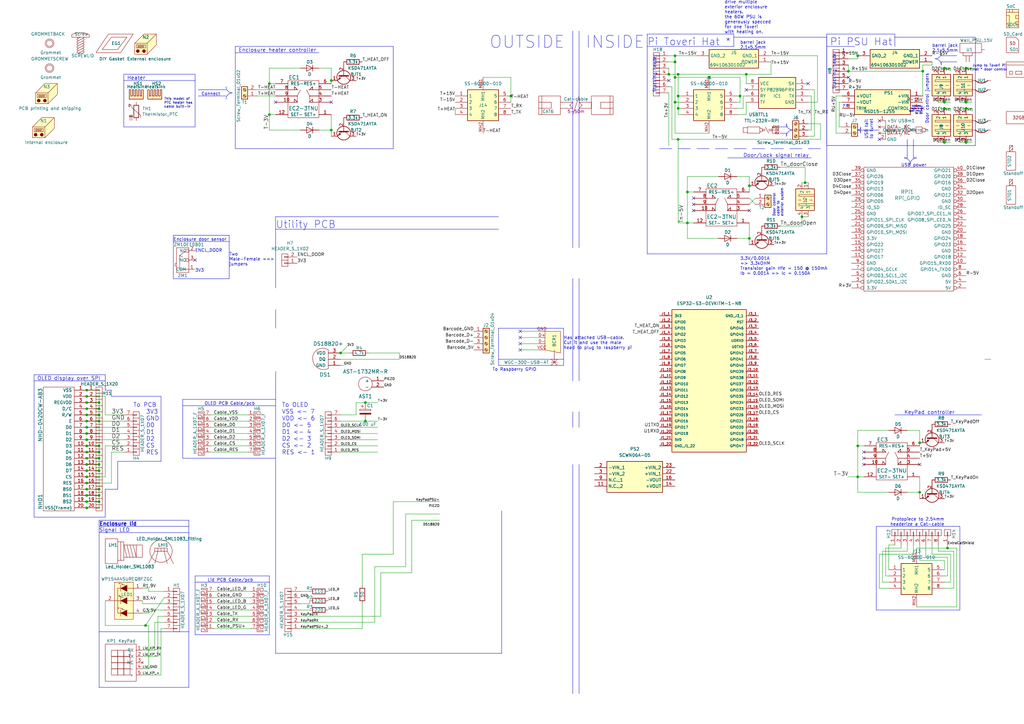
<source format=kicad_sch>
(kicad_sch (version 20230121) (generator eeschema)
  (paper "A3")
  (title_block (title "Authenticator") (rev "0.1") (company "Vaara-kirjastot"))
  (junction (at 149.86 172.72))
  (junction (at 35.56 208.28))
  (junction (at 35.56 205.74))
  (junction (at 387.35 44.45))
  (junction (at 35.56 172.72))
  (junction (at 276.86 41.91))
  (junction (at 377.19 201.93))
  (junction (at 396.24 41.91))
  (junction (at 59.69 256.54))
  (junction (at 35.56 167.64))
  (junction (at 149.86 165.1))
  (junction (at 387.35 41.91))
  (junction (at 281.94 91.44))
  (junction (at 35.56 182.88))
  (junction (at 351.79 195.58))
  (junction (at 377.19 181.61))
  (junction (at 40.64 182.88))
  (junction (at 330.2 74.93))
  (junction (at 351.79 22.86))
  (junction (at 278.13 57.15))
  (junction (at 35.56 180.34))
  (junction (at 378.46 29.21))
  (junction (at 40.64 172.72))
  (junction (at 135.89 53.34))
  (junction (at 278.13 44.45))
  (junction (at 347.98 29.21))
  (junction (at 35.56 162.56))
  (junction (at 35.56 170.18))
  (junction (at 307.34 76.2))
  (junction (at 40.64 185.42))
  (junction (at 276.86 31.75))
  (junction (at 110.49 34.29))
  (junction (at 278.13 39.37))
  (junction (at 40.64 187.96))
  (junction (at 388.62 224.79))
  (junction (at 35.56 193.04))
  (junction (at 306.07 30.48))
  (junction (at 35.56 200.66))
  (junction (at 35.56 175.26))
  (junction (at 40.64 190.5))
  (junction (at 276.86 25.4))
  (junction (at 40.64 205.74))
  (junction (at 35.56 165.1))
  (junction (at 35.56 198.12))
  (junction (at 396.24 27.94))
  (junction (at 35.56 177.8))
  (junction (at 35.56 190.5))
  (junction (at 40.64 203.2))
  (junction (at 40.64 170.18))
  (junction (at 35.56 160.02))
  (junction (at 40.64 200.66))
  (junction (at 209.55 39.37))
  (junction (at 35.56 185.42))
  (junction (at 35.56 203.2))
  (junction (at 281.94 78.74))
  (junction (at 387.35 27.94))
  (junction (at 351.79 182.88))
  (junction (at 278.13 30.48))
  (junction (at 307.34 97.79))
  (junction (at 274.32 30.48))
  (junction (at 135.89 33.02))
  (junction (at 290.83 31.75))
  (junction (at 40.64 193.04))
  (junction (at 328.93 88.9))
  (junction (at 110.49 46.99))
  (junction (at 396.24 44.45))
  (junction (at 139.7 144.78))
  (junction (at 387.35 58.42))
  (junction (at 35.56 187.96))
  (junction (at 40.64 167.64))
  (junction (at 276.86 22.86))
  (junction (at 396.24 58.42))
  (junction (at 40.64 165.1))
  (junction (at 35.56 195.58))
  (junction (at 303.53 39.37))
  (no_connect (at 347.98 31.75))
  (no_connect (at 360.68 49.53))
  (no_connect (at 360.68 57.15))
  (no_connect (at 213.36 135.89))
  (no_connect (at 284.48 83.82))
  (no_connect (at 307.34 86.36))
  (no_connect (at 378.46 44.45))
  (no_connect (at 284.48 81.28))
  (no_connect (at 354.33 187.96))
  (no_connect (at 213.36 140.97))
  (no_connect (at 354.33 190.5))
  (no_connect (at 284.48 86.36))
  (no_connect (at 377.19 190.5))
  (no_connect (at 213.36 138.43))
  (no_connect (at 306.07 36.83))
  (no_connect (at 113.03 41.91))
  (no_connect (at 354.33 185.42))
  (no_connect (at 213.36 143.51))
  (no_connect (at 135.89 41.91))
  (no_connect (at 80.01 106.68))
  (no_connect (at 331.47 34.29))
  (no_connect (at 274.32 33.02))
  (polyline (pts (xy 274.32 19.05) (xy 300.99 19.05)))
  (wire (pts (xy 387.35 233.68) (xy 387.35 229.87)))
  (polyline (pts (xy 323.85 60.96) (xy 328.93 60.96)))
  (wire (pts (xy 330.2 68.58) (xy 330.2 74.93)))
  (wire (pts (xy 387.35 236.22) (xy 388.62 236.22)))
  (wire (pts (xy 396.24 44.45) (xy 398.78 44.45)))
  (wire (pts (xy 307.34 97.79) (xy 307.34 100.33)))
  (polyline (pts (xy 113.03 267.97) (xy 205.74 267.97)))
  (wire (pts (xy 354.33 182.88) (xy 351.79 182.88)))
  (wire (pts (xy 127 250.19) (xy 123.19 250.19)))
  (wire (pts (xy 375.92 224.79) (xy 388.62 224.79)))
  (polyline (pts (xy 113.03 88.9) (xy 204.47 88.9)))
  (wire (pts (xy 393.7 44.45) (xy 396.24 44.45)))
  (wire (pts (xy 135.89 33.02) (xy 135.89 34.29)))
  (polyline (pts (xy 93.98 114.3) (xy 93.98 96.52)))
  (wire (pts (xy 278.13 57.15) (xy 336.55 57.15)))
  (wire (pts (xy 63.5 255.27) (xy 67.31 255.27)))
  (polyline (pts (xy 45.72 160.02) (xy 45.72 162.56)))
  (wire (pts (xy 35.56 185.42) (xy 40.64 185.42)))
  (wire (pts (xy 101.6 172.72) (xy 86.36 172.72)))
  (wire (pts (xy 151.13 144.78) (xy 163.83 144.78)))
  (wire (pts (xy 387.35 229.87) (xy 377.19 229.87)))
  (polyline (pts (xy 43.18 200.66) (xy 48.26 200.66)))
  (wire (pts (xy 351.79 195.58) (xy 351.79 201.93)))
  (polyline (pts (xy 231.14 147.32) (xy 204.47 147.32)))
  (wire (pts (xy 40.64 190.5) (xy 40.64 193.04)))
  (wire (pts (xy 331.47 39.37) (xy 332.74 39.37)))
  (wire (pts (xy 396.24 41.91) (xy 398.78 41.91)))
  (polyline (pts (xy 74.93 166.37) (xy 113.03 166.37)))
  (wire (pts (xy 351.79 195.58) (xy 354.33 195.58)))
  (wire (pts (xy 290.83 54.61) (xy 276.86 54.61)))
  (polyline (pts (xy 374.65 57.15) (xy 374.65 64.77)))
  (wire (pts (xy 148.59 227.33) (xy 161.29 227.33)))
  (wire (pts (xy 220.98 143.51) (xy 213.36 143.51)))
  (wire (pts (xy 281.94 91.44) (xy 284.48 91.44)))
  (wire (pts (xy 105.41 39.37) (xy 113.03 39.37)))
  (wire (pts (xy 127 247.65) (xy 127 246.38)))
  (wire (pts (xy 143.51 144.78) (xy 139.7 144.78)))
  (polyline (pts (xy 81.28 36.83) (xy 92.71 36.83)))
  (wire (pts (xy 86.36 177.8) (xy 101.6 177.8)))
  (wire (pts (xy 276.86 31.75) (xy 290.83 31.75)))
  (wire (pts (xy 66.04 276.86) (xy 66.04 257.81)))
  (wire (pts (xy 102.87 257.81) (xy 87.63 257.81)))
  (wire (pts (xy 364.49 238.76) (xy 361.95 238.76)))
  (wire (pts (xy 148.59 247.65) (xy 148.59 257.81)))
  (wire (pts (xy 384.81 226.06) (xy 384.81 223.52)))
  (polyline (pts (xy 392.43 22.86) (xy 386.08 22.86)))
  (wire (pts (xy 285.75 22.86) (xy 276.86 22.86)))
  (polyline (pts (xy 367.03 15.24) (xy 367.03 19.05)))
  (polyline (pts (xy 308.61 60.96) (xy 313.69 60.96)))
  (wire (pts (xy 63.5 266.7) (xy 63.5 255.27)))
  (polyline (pts (xy 74.93 187.96) (xy 113.03 187.96)))
  (wire (pts (xy 35.56 180.34) (xy 50.8 180.34)))
  (wire (pts (xy 384.81 27.94) (xy 387.35 27.94)))
  (polyline (pts (xy 40.64 281.94) (xy 77.47 281.94)))
  (polyline (pts (xy 43.18 153.67) (xy 13.97 153.67)))
  (wire (pts (xy 307.34 76.2) (xy 307.34 78.74)))
  (wire (pts (xy 336.55 50.8) (xy 331.47 50.8)))
  (wire (pts (xy 375.92 226.06) (xy 375.92 224.79)))
  (wire (pts (xy 148.59 257.81) (xy 123.19 257.81)))
  (wire (pts (xy 40.64 200.66) (xy 40.64 203.2)))
  (wire (pts (xy 344.17 41.91) (xy 344.17 52.07)))
  (wire (pts (xy 398.78 27.94) (xy 398.78 29.21)))
  (wire (pts (xy 149.86 172.72) (xy 154.94 172.72)))
  (wire (pts (xy 302.26 39.37) (xy 303.53 39.37)))
  (wire (pts (xy 274.32 25.4) (xy 276.86 25.4)))
  (wire (pts (xy 336.55 57.15) (xy 336.55 50.8)))
  (wire (pts (xy 377.19 181.61) (xy 377.19 176.53)))
  (wire (pts (xy 40.64 172.72) (xy 50.8 172.72)))
  (wire (pts (xy 377.19 201.93) (xy 377.19 204.47)))
  (polyline (pts (xy 234.95 190.5) (xy 234.95 284.48)))
  (polyline (pts (xy 113.03 88.9) (xy 113.03 118.11)))
  (polyline (pts (xy 96.52 19.05) (xy 96.52 60.96)))
  (wire (pts (xy 387.35 44.45) (xy 389.89 44.45)))
  (wire (pts (xy 87.63 250.19) (xy 102.87 250.19)))
  (polyline (pts (xy 234.95 101.6) (xy 234.95 12.7)))
  (polyline (pts (xy 331.47 60.96) (xy 336.55 60.96)))
  (wire (pts (xy 113.03 34.29) (xy 110.49 34.29)))
  (polyline (pts (xy 43.18 160.02) (xy 45.72 160.02)))
  (polyline (pts (xy 370.84 64.77) (xy 372.11 64.77)))
  (polyline (pts (xy 339.09 60.96) (xy 339.09 15.24)))
  (wire (pts (xy 35.56 190.5) (xy 40.64 190.5)))
  (wire (pts (xy 360.68 241.3) (xy 360.68 227.33)))
  (wire (pts (xy 392.43 224.79) (xy 388.62 224.79)))
  (wire (pts (xy 384.81 44.45) (xy 387.35 44.45)))
  (wire (pts (xy 274.32 27.94) (xy 274.32 30.48)))
  (polyline (pts (xy 80.01 260.35) (xy 80.01 236.22)))
  (polyline (pts (xy 298.45 64.77) (xy 332.74 64.77)))
  (wire (pts (xy 35.56 200.66) (xy 40.64 200.66)))
  (wire (pts (xy 328.93 88.9) (xy 331.47 88.9)))
  (polyline (pts (xy 265.43 19.05) (xy 265.43 60.96)))
  (polyline (pts (xy 13.97 212.09) (xy 43.18 212.09)))
  (wire (pts (xy 35.56 203.2) (xy 40.64 203.2)))
  (wire (pts (xy 35.56 177.8) (xy 50.8 177.8)))
  (wire (pts (xy 375.92 248.92) (xy 392.43 248.92)))
  (wire (pts (xy 391.16 226.06) (xy 384.81 226.06)))
  (polyline (pts (xy 386.08 21.59) (xy 386.08 22.86)))
  (wire (pts (xy 166.37 210.82) (xy 166.37 232.41)))
  (polyline (pts (xy 234.95 175.26) (xy 234.95 168.91)))
  (wire (pts (xy 389.89 27.94) (xy 389.89 29.21)))
  (polyline (pts (xy 80.01 260.35) (xy 110.49 260.35)))
  (wire (pts (xy 209.55 31.75) (xy 209.55 39.37)))
  (wire (pts (xy 276.86 41.91) (xy 276.86 54.61)))
  (wire (pts (xy 35.56 198.12) (xy 45.72 198.12)))
  (wire (pts (xy 364.49 236.22) (xy 363.22 236.22)))
  (wire (pts (xy 303.53 31.75) (xy 303.53 39.37)))
  (wire (pts (xy 102.87 252.73) (xy 87.63 252.73)))
  (wire (pts (xy 87.63 255.27) (xy 102.87 255.27)))
  (wire (pts (xy 384.81 58.42) (xy 387.35 58.42)))
  (wire (pts (xy 87.63 242.57) (xy 102.87 242.57)))
  (wire (pts (xy 398.78 44.45) (xy 398.78 45.72)))
  (polyline (pts (xy 367.03 170.18) (xy 402.59 170.18)))
  (polyline (pts (xy 96.52 19.05) (xy 161.29 19.05)))
  (polyline (pts (xy 80.01 236.22) (xy 110.49 236.22)))
  (wire (pts (xy 342.9 54.61) (xy 345.44 54.61)))
  (polyline (pts (xy 265.43 13.97) (xy 274.32 13.97)))
  (polyline (pts (xy 320.04 54.61) (xy 322.58 54.61)))
  (wire (pts (xy 274.32 38.1) (xy 274.32 59.69)))
  (wire (pts (xy 275.59 35.56) (xy 275.59 57.15)))
  (wire (pts (xy 382.27 227.33) (xy 382.27 223.52)))
  (wire (pts (xy 139.7 149.86) (xy 140.97 149.86)))
  (wire (pts (xy 149.86 165.1) (xy 154.94 165.1)))
  (polyline (pts (xy 43.18 212.09) (xy 43.18 200.66)))
  (wire (pts (xy 154.94 182.88) (xy 139.7 182.88)))
  (wire (pts (xy 43.18 162.56) (xy 43.18 170.18)))
  (polyline (pts (xy 48.26 189.23) (xy 66.04 189.23)))
  (wire (pts (xy 331.47 53.34) (xy 332.74 53.34)))
  (wire (pts (xy 334.01 55.88) (xy 334.01 36.83)))
  (wire (pts (xy 364.49 241.3) (xy 360.68 241.3)))
  (polyline (pts (xy 237.49 114.3) (xy 237.49 156.21)))
  (wire (pts (xy 40.64 182.88) (xy 40.64 185.42)))
  (wire (pts (xy 40.64 165.1) (xy 40.64 167.64)))
  (wire (pts (xy 35.56 172.72) (xy 40.64 172.72)))
  (wire (pts (xy 387.35 58.42) (xy 389.89 58.42)))
  (wire (pts (xy 161.29 227.33) (xy 161.29 205.74)))
  (wire (pts (xy 220.98 138.43) (xy 213.36 138.43)))
  (wire (pts (xy 361.95 226.06) (xy 372.11 226.06)))
  (wire (pts (xy 304.8 39.37) (xy 304.8 44.45)))
  (polyline (pts (xy 400.05 59.69) (xy 339.09 59.69)))
  (wire (pts (xy 139.7 180.34) (xy 154.94 180.34)))
  (wire (pts (xy 156.21 252.73) (xy 156.21 234.95)))
  (wire (pts (xy 378.46 29.21) (xy 347.98 29.21)))
  (wire (pts (xy 45.72 185.42) (xy 50.8 185.42)))
  (wire (pts (xy 168.91 213.36) (xy 180.34 213.36)))
  (wire (pts (xy 58.42 251.46) (xy 60.96 251.46)))
  (wire (pts (xy 361.95 238.76) (xy 361.95 226.06)))
  (wire (pts (xy 278.13 46.99) (xy 279.4 46.99)))
  (wire (pts (xy 278.13 30.48) (xy 278.13 39.37)))
  (wire (pts (xy 387.35 41.91) (xy 389.89 41.91)))
  (polyline (pts (xy 265.43 19.05) (xy 274.32 19.05)))
  (wire (pts (xy 40.64 160.02) (xy 35.56 160.02)))
  (wire (pts (xy 393.7 27.94) (xy 396.24 27.94)))
  (wire (pts (xy 393.7 58.42) (xy 396.24 58.42)))
  (wire (pts (xy 396.24 27.94) (xy 398.78 27.94)))
  (polyline (pts (xy 374.65 64.77) (xy 375.92 64.77)))
  (wire (pts (xy 306.07 41.91) (xy 306.07 46.99)))
  (wire (pts (xy 123.19 255.27) (xy 153.67 255.27)))
  (wire (pts (xy 377.19 201.93) (xy 372.11 201.93)))
  (polyline (pts (xy 40.64 213.36) (xy 40.64 281.94)))
  (wire (pts (xy 123.19 252.73) (xy 156.21 252.73)))
  (wire (pts (xy 278.13 44.45) (xy 279.4 44.45)))
  (wire (pts (xy 374.65 227.33) (xy 374.65 223.52)))
  (wire (pts (xy 60.96 251.46) (xy 60.96 250.19)))
  (wire (pts (xy 220.98 140.97) (xy 213.36 140.97)))
  (polyline (pts (xy 48.26 200.66) (xy 48.26 189.23)))
  (wire (pts (xy 86.36 175.26) (xy 101.6 175.26)))
  (wire (pts (xy 307.34 72.39) (xy 307.34 76.2)))
  (wire (pts (xy 35.56 175.26) (xy 50.8 175.26)))
  (wire (pts (xy 331.47 41.91) (xy 335.28 41.91)))
  (wire (pts (xy 316.23 25.4) (xy 316.23 30.48)))
  (polyline (pts (xy 237.49 101.6) (xy 237.49 12.7)))
  (wire (pts (xy 351.79 182.88) (xy 351.79 195.58)))
  (polyline (pts (xy 50.8 52.07) (xy 50.8 30.48)))
  (wire (pts (xy 43.18 182.88) (xy 50.8 182.88)))
  (wire (pts (xy 40.64 172.72) (xy 40.64 182.88)))
  (wire (pts (xy 302.26 97.79) (xy 307.34 97.79)))
  (wire (pts (xy 378.46 29.21) (xy 378.46 39.37)))
  (wire (pts (xy 186.69 44.45) (xy 186.69 46.99)))
  (wire (pts (xy 392.43 248.92) (xy 392.43 224.79)))
  (wire (pts (xy 35.56 167.64) (xy 40.64 167.64)))
  (wire (pts (xy 393.7 41.91) (xy 396.24 41.91)))
  (wire (pts (xy 168.91 234.95) (xy 168.91 213.36)))
  (wire (pts (xy 276.86 22.86) (xy 276.86 25.4)))
  (wire (pts (xy 388.62 236.22) (xy 388.62 228.6)))
  (wire (pts (xy 35.56 182.88) (xy 40.64 182.88)))
  (wire (pts (xy 281.94 91.44) (xy 281.94 97.79)))
  (wire (pts (xy 388.62 228.6) (xy 379.73 228.6)))
  (wire (pts (xy 342.9 39.37) (xy 342.9 54.61)))
  (wire (pts (xy 294.64 72.39) (xy 281.94 72.39)))
  (wire (pts (xy 135.89 46.99) (xy 135.89 53.34)))
  (polyline (pts (xy 113.03 152.4) (xy 113.03 267.97)))
  (polyline (pts (xy 205.74 267.97) (xy 205.74 209.55)))
  (polyline (pts (xy 351.79 53.34) (xy 360.68 53.34)))
  (wire (pts (xy 43.18 170.18) (xy 50.8 170.18)))
  (wire (pts (xy 127 242.57) (xy 123.19 242.57)))
  (wire (pts (xy 58.42 266.7) (xy 63.5 266.7)))
  (polyline (pts (xy 270.51 60.96) (xy 275.59 60.96)))
  (polyline (pts (xy 359.41 250.19) (xy 359.41 215.9)))
  (wire (pts (xy 154.94 175.26) (xy 139.7 175.26)))
  (wire (pts (xy 347.98 24.13) (xy 351.79 24.13)))
  (wire (pts (xy 60.96 274.32) (xy 60.96 256.54)))
  (wire (pts (xy 198.12 31.75) (xy 209.55 31.75)))
  (polyline (pts (xy 110.49 260.35) (xy 110.49 236.22)))
  (wire (pts (xy 35.56 170.18) (xy 40.64 170.18)))
  (wire (pts (xy 146.05 170.18) (xy 146.05 165.1)))
  (wire (pts (xy 304.8 44.45) (xy 302.26 44.45)))
  (wire (pts (xy 43.18 195.58) (xy 43.18 182.88)))
  (polyline (pts (xy 96.52 60.96) (xy 161.29 60.96)))
  (polyline (pts (xy 77.47 213.36) (xy 40.64 213.36)))
  (polyline (pts (xy 316.23 60.96) (xy 321.31 60.96)))
  (polyline (pts (xy 80.01 33.02) (xy 50.8 33.02)))
  (wire (pts (xy 35.56 165.1) (xy 40.64 165.1)))
  (wire (pts (xy 309.88 83.82) (xy 307.34 81.28)))
  (wire (pts (xy 406.4 147.32) (xy 403.86 147.32)))
  (wire (pts (xy 139.7 147.32) (xy 163.83 147.32)))
  (polyline (pts (xy 280.67 60.96) (xy 283.21 60.96)))
  (polyline (pts (xy 80.01 238.76) (xy 110.49 238.76)))
  (polyline (pts (xy 339.09 104.14) (xy 265.43 104.14)))
  (wire (pts (xy 396.24 58.42) (xy 398.78 58.42)))
  (wire (pts (xy 307.34 97.79) (xy 307.34 91.44)))
  (wire (pts (xy 139.7 170.18) (xy 146.05 170.18)))
  (wire (pts (xy 110.49 27.94) (xy 123.19 27.94)))
  (polyline (pts (xy 300.99 15.24) (xy 300.99 19.05)))
  (polyline (pts (xy 13.97 153.67) (xy 13.97 212.09)))
  (polyline (pts (xy 367.03 15.24) (xy 400.05 15.24)))
  (wire (pts (xy 307.34 72.39) (xy 302.26 72.39)))
  (polyline (pts (xy 353.06 52.07) (xy 353.06 54.61)))
  (wire (pts (xy 35.56 195.58) (xy 43.18 195.58)))
  (wire (pts (xy 110.49 34.29) (xy 110.49 27.94)))
  (wire (pts (xy 58.42 269.24) (xy 64.77 269.24)))
  (polyline (pts (xy 393.7 215.9) (xy 393.7 250.19)))
  (wire (pts (xy 391.16 241.3) (xy 391.16 226.06)))
  (wire (pts (xy 290.83 31.75) (xy 303.53 31.75)))
  (wire (pts (xy 387.35 238.76) (xy 389.89 238.76)))
  (wire (pts (xy 281.94 72.39) (xy 281.94 78.74)))
  (wire (pts (xy 351.79 22.86) (xy 351.79 24.13)))
  (wire (pts (xy 320.04 92.71) (xy 328.93 92.71)))
  (wire (pts (xy 306.07 30.48) (xy 278.13 30.48)))
  (wire (pts (xy 110.49 46.99) (xy 110.49 53.34)))
  (wire (pts (xy 35.56 193.04) (xy 40.64 193.04)))
  (wire (pts (xy 275.59 35.56) (xy 274.32 35.56)))
  (wire (pts (xy 389.89 227.33) (xy 382.27 227.33)))
  (wire (pts (xy 274.32 22.86) (xy 276.86 22.86)))
  (wire (pts (xy 278.13 39.37) (xy 279.4 39.37)))
  (wire (pts (xy 40.64 208.28) (xy 35.56 208.28)))
  (polyline (pts (xy 237.49 168.91) (xy 237.49 175.26)))
  (wire (pts (xy 389.89 44.45) (xy 389.89 45.72)))
  (wire (pts (xy 43.18 256.54) (xy 59.69 256.54)))
  (wire (pts (xy 303.53 39.37) (xy 303.53 41.91)))
  (wire (pts (xy 281.94 78.74) (xy 281.94 91.44)))
  (wire (pts (xy 40.64 205.74) (xy 40.64 208.28)))
  (polyline (pts (xy 161.29 60.96) (xy 161.29 19.05)))
  (wire (pts (xy 110.49 46.99) (xy 110.49 34.29)))
  (wire (pts (xy 40.64 193.04) (xy 40.64 200.66)))
  (wire (pts (xy 102.87 245.11) (xy 87.63 245.11)))
  (wire (pts (xy 153.67 255.27) (xy 153.67 232.41)))
  (polyline (pts (xy 339.09 60.96) (xy 339.09 104.14)))
  (polyline (pts (xy 372.11 57.15) (xy 372.11 64.77)))
  (wire (pts (xy 387.35 27.94) (xy 389.89 27.94)))
  (wire (pts (xy 372.11 226.06) (xy 372.11 223.52)))
  (wire (pts (xy 330.2 74.93) (xy 328.93 74.93)))
  (wire (pts (xy 43.18 246.38) (xy 43.18 256.54)))
  (polyline (pts (xy 204.47 134.62) (xy 231.14 134.62)))
  (wire (pts (xy 320.04 68.58) (xy 330.2 68.58)))
  (wire (pts (xy 351.79 201.93) (xy 364.49 201.93)))
  (polyline (pts (xy 265.43 104.14) (xy 265.43 60.96)))
  (wire (pts (xy 64.77 252.73) (xy 67.31 252.73)))
  (wire (pts (xy 360.68 227.33) (xy 374.65 227.33)))
  (wire (pts (xy 59.69 256.54) (xy 67.31 245.11)))
  (wire (pts (xy 60.96 256.54) (xy 59.69 256.54)))
  (polyline (pts (xy 300.99 60.96) (xy 306.07 60.96)))
  (polyline (pts (xy 80.01 52.07) (xy 50.8 52.07)))
  (wire (pts (xy 113.03 46.99) (xy 110.49 46.99)))
  (wire (pts (xy 220.98 135.89) (xy 213.36 135.89)))
  (wire (pts (xy 209.55 39.37) (xy 209.55 41.91)))
  (wire (pts (xy 364.49 233.68) (xy 364.49 223.52)))
  (wire (pts (xy 66.04 257.81) (xy 67.31 257.81)))
  (polyline (pts (xy 359.41 215.9) (xy 393.7 215.9)))
  (wire (pts (xy 335.28 41.91) (xy 335.28 22.86)))
  (polyline (pts (xy 231.14 149.86) (xy 231.14 134.62)))
  (wire (pts (xy 306.07 30.48) (xy 306.07 34.29)))
  (polyline (pts (xy 93.98 96.52) (xy 71.12 96.52)))
  (wire (pts (xy 378.46 26.67) (xy 382.27 26.67)))
  (wire (pts (xy 378.46 26.67) (xy 378.46 29.21)))
  (polyline (pts (xy 320.04 52.07) (xy 322.58 52.07)))
  (wire (pts (xy 64.77 269.24) (xy 64.77 252.73)))
  (wire (pts (xy 347.98 21.59) (xy 351.79 21.59)))
  (polyline (pts (xy 339.09 15.24) (xy 339.09 13.97)))
  (wire (pts (xy 135.89 27.94) (xy 135.89 33.02)))
  (wire (pts (xy 154.94 177.8) (xy 139.7 177.8)))
  (polyline (pts (xy 77.47 218.44) (xy 40.64 218.44)))
  (polyline (pts (xy 71.12 96.52) (xy 71.12 114.3)))
  (wire (pts (xy 274.32 30.48) (xy 278.13 30.48)))
  (polyline (pts (xy 392.43 25.4) (xy 386.08 25.4)))
  (wire (pts (xy 328.93 92.71) (xy 328.93 88.9)))
  (wire (pts (xy 387.35 241.3) (xy 391.16 241.3)))
  (polyline (pts (xy 204.47 149.86) (xy 204.47 134.62)))
  (wire (pts (xy 276.86 25.4) (xy 276.86 31.75)))
  (wire (pts (xy 364.49 223.52) (xy 367.03 223.52)))
  (wire (pts (xy 334.01 36.83) (xy 331.47 36.83)))
  (wire (pts (xy 35.56 187.96) (xy 40.64 187.96)))
  (polyline (pts (xy 96.52 21.59) (xy 130.81 21.59)))
  (wire (pts (xy 281.94 78.74) (xy 284.48 78.74)))
  (polyline (pts (xy 66.04 189.23) (xy 66.04 162.56)))
  (wire (pts (xy 278.13 44.45) (xy 278.13 46.99)))
  (polyline (pts (xy 285.75 60.96) (xy 290.83 60.96)))
  (wire (pts (xy 58.42 241.3) (xy 60.96 241.3)))
  (wire (pts (xy 101.6 185.42) (xy 86.36 185.42)))
  (wire (pts (xy 278.13 39.37) (xy 278.13 44.45)))
  (wire (pts (xy 60.96 250.19) (xy 67.31 250.19)))
  (polyline (pts (xy 339.09 13.97) (xy 367.03 13.97)))
  (wire (pts (xy 58.42 247.65) (xy 67.31 247.65)))
  (polyline (pts (xy 339.09 19.05) (xy 350.52 19.05)))
  (polyline (pts (xy 74.93 187.96) (xy 74.93 163.83)))
  (wire (pts (xy 60.96 242.57) (xy 67.31 242.57)))
  (wire (pts (xy 180.34 210.82) (xy 166.37 210.82)))
  (wire (pts (xy 87.63 247.65) (xy 102.87 247.65)))
  (polyline (pts (xy 300.99 13.97) (xy 274.32 13.97)))
  (wire (pts (xy 135.89 53.34) (xy 130.81 53.34)))
  (polyline (pts (xy 50.8 30.48) (xy 80.01 30.48)))
  (polyline (pts (xy 400.05 15.24) (xy 400.05 59.69)))
  (polyline (pts (xy 234.95 114.3) (xy 234.95 156.21)))
  (wire (pts (xy 40.64 160.02) (xy 40.64 165.1)))
  (wire (pts (xy 347.98 29.21) (xy 347.98 26.67)))
  (wire (pts (xy 377.19 176.53) (xy 372.11 176.53)))
  (wire (pts (xy 351.79 182.88) (xy 351.79 176.53)))
  (wire (pts (xy 316.23 30.48) (xy 306.07 30.48)))
  (polyline (pts (xy 80.01 30.48) (xy 80.01 52.07)))
  (wire (pts (xy 344.17 52.07) (xy 345.44 52.07)))
  (wire (pts (xy 389.89 238.76) (xy 389.89 227.33)))
  (wire (pts (xy 276.86 31.75) (xy 276.86 41.91)))
  (polyline (pts (xy 40.64 215.9) (xy 77.47 215.9)))
  (wire (pts (xy 130.81 27.94) (xy 135.89 27.94)))
  (wire (pts (xy 377.19 182.88) (xy 377.19 181.61)))
  (polyline (pts (xy 237.49 190.5) (xy 237.49 284.48)))
  (polyline (pts (xy 40.64 259.08) (xy 77.47 259.08)))
  (polyline (pts (xy 386.08 25.4) (xy 386.08 26.67)))
  (wire (pts (xy 154.94 185.42) (xy 139.7 185.42)))
  (polyline (pts (xy 71.12 99.06) (xy 93.98 99.06)))
  (wire (pts (xy 58.42 276.86) (xy 66.04 276.86)))
  (wire (pts (xy 369.57 224.79) (xy 369.57 223.52)))
  (polyline (pts (xy 322.58 54.61) (xy 322.58 55.88)))
  (wire (pts (xy 388.62 224.79) (xy 388.62 223.52)))
  (wire (pts (xy 351.79 176.53) (xy 364.49 176.53)))
  (wire (pts (xy 123.19 247.65) (xy 127 247.65)))
  (wire (pts (xy 306.07 46.99) (xy 302.26 46.99)))
  (wire (pts (xy 281.94 97.79) (xy 294.64 97.79)))
  (wire (pts (xy 86.36 170.18) (xy 101.6 170.18)))
  (wire (pts (xy 281.94 91.44) (xy 278.13 91.44)))
  (wire (pts (xy 384.81 41.91) (xy 387.35 41.91)))
  (polyline (pts (xy 265.43 13.97) (xy 265.43 19.05)))
  (wire (pts (xy 40.64 170.18) (xy 40.64 172.72)))
  (wire (pts (xy 40.64 203.2) (xy 40.64 205.74)))
  (wire (pts (xy 363.22 236.22) (xy 363.22 224.79)))
  (polyline (pts (xy 367.03 13.97) (xy 367.03 15.24)))
  (wire (pts (xy 278.13 57.15) (xy 278.13 91.44)))
  (wire (pts (xy 377.19 229.87) (xy 377.19 223.52)))
  (wire (pts (xy 382.27 25.4) (xy 382.27 26.67)))
  (polyline (pts (xy 293.37 60.96) (xy 298.45 60.96)))
  (polyline (pts (xy 13.97 156.21) (xy 43.18 156.21)))
  (wire (pts (xy 351.79 195.58) (xy 347.98 195.58)))
  (wire (pts (xy 345.44 39.37) (xy 342.9 39.37)))
  (wire (pts (xy 156.21 234.95) (xy 168.91 234.95)))
  (polyline (pts (xy 45.72 162.56) (xy 66.04 162.56)))
  (wire (pts (xy 35.56 162.56) (xy 43.18 162.56)))
  (wire (pts (xy 58.42 246.38) (xy 58.42 247.65)))
  (wire (pts (xy 377.19 195.58) (xy 377.19 201.93)))
  (polyline (pts (xy 339.09 15.24) (xy 300.99 15.24)))
  (wire (pts (xy 276.86 41.91) (xy 279.4 41.91)))
  (wire (pts (xy 101.6 180.34) (xy 86.36 180.34)))
  (wire (pts (xy 302.26 41.91) (xy 303.53 41.91)))
  (wire (pts (xy 153.67 232.41) (xy 166.37 232.41)))
  (polyline (pts (xy 393.7 250.19) (xy 359.41 250.19)))
  (wire (pts (xy 331.47 55.88) (xy 334.01 55.88)))
  (polyline (pts (xy 81.28 39.37) (xy 92.71 39.37)))
  (wire (pts (xy 351.79 21.59) (xy 351.79 22.86)))
  (wire (pts (xy 275.59 57.15) (xy 278.13 57.15)))
  (wire (pts (xy 60.96 241.3) (xy 60.96 242.57)))
  (wire (pts (xy 35.56 205.74) (xy 40.64 205.74)))
  (polyline (pts (xy 300.99 15.24) (xy 300.99 13.97)))
  (wire (pts (xy 363.22 224.79) (xy 369.57 224.79)))
  (polyline (pts (xy 322.58 50.8) (xy 322.58 52.07)))
  (wire (pts (xy 148.59 227.33) (xy 148.59 240.03)))
  (wire (pts (xy 40.64 167.64) (xy 40.64 170.18)))
  (wire (pts (xy 40.64 187.96) (xy 40.64 190.5)))
  (wire (pts (xy 161.29 205.74) (xy 180.34 205.74)))
  (polyline (pts (xy 113.03 127) (xy 113.03 134.62)))
  (wire (pts (xy 345.44 41.91) (xy 344.17 41.91)))
  (polyline (pts (xy 43.18 153.67) (xy 43.18 160.02)))
  (wire (pts (xy 309.88 81.28) (xy 307.34 83.82)))
  (wire (pts (xy 40.64 185.42) (xy 40.64 187.96)))
  (wire (pts (xy 332.74 53.34) (xy 332.74 39.37)))
  (wire (pts (xy 330.2 74.93) (xy 331.47 74.93)))
  (wire (pts (xy 105.41 36.83) (xy 113.03 36.83)))
  (wire (pts (xy 139.7 144.78) (xy 142.24 142.24)))
  (polyline (pts (xy 113.03 93.98) (xy 204.47 93.98)))
  (wire (pts (xy 316.23 22.86) (xy 335.28 22.86)))
  (wire (pts (xy 86.36 182.88) (xy 101.6 182.88)))
  (wire (pts (xy 306.07 39.37) (xy 304.8 39.37)))
  (wire (pts (xy 146.05 165.1) (xy 149.86 165.1)))
  (polyline (pts (xy 339.09 59.69) (xy 339.09 15.24)))
  (wire (pts (xy 45.72 198.12) (xy 45.72 185.42)))
  (wire (pts (xy 58.42 274.32) (xy 60.96 274.32)))
  (polyline (pts (xy 77.47 213.36) (xy 77.47 281.94)))
  (wire (pts (xy 163.83 144.78) (xy 163.83 147.32)))
  (wire (pts (xy 139.7 172.72) (xy 149.86 172.72)))
  (wire (pts (xy 135.89 53.34) (xy 135.89 55.88)))
  (wire (pts (xy 110.49 53.34) (xy 123.19 53.34)))
  (polyline (pts (xy 71.12 114.3) (xy 93.98 114.3)))
  (polyline (pts (xy 204.47 149.86) (xy 231.14 149.86)))
  (polyline (pts (xy 74.93 163.83) (xy 113.03 163.83)))
  (wire (pts (xy 379.73 228.6) (xy 379.73 223.52)))
  (polyline (pts (xy 278.13 60.96) (xy 280.67 60.96)))
  (arc (start 373.38 67.31) (mid 374.1239 65.5139) (end 375.92 64.77))
  (arc (start 325.12 53.34) (mid 323.3239 52.5961) (end 322.58 50.8))
  (arc (start 383.54 24.13) (mid 385.3361 24.8739) (end 386.08 26.67))
  (arc (start 370.84 64.77) (mid 372.6361 65.5139) (end 373.38 67.31))
  (arc (start 353.06 52.07) (mid 352.688 52.968) (end 351.79 53.34))
  (arc (start 351.79 53.34) (mid 352.688 53.712) (end 353.06 54.61))
  (arc (start 386.08 21.59) (mid 385.3361 23.3861) (end 383.54 24.13))
  (arc (start 95.25 38.1) (mid 93.4539 37.3561) (end 92.71 35.56))
  (arc (start 322.58 55.88) (mid 323.3239 54.0839) (end 325.12 53.34))
  (arc (start 92.71 40.64) (mid 93.4539 38.8439) (end 95.25 38.1))
  (text "INSIDE" (at 240.03 20.32 0) (effects (font (size 5.0038 5.0038)) (justify left bottom)))
  (text "3.3V/0.001A\n=> 3.3kOHM\nTransistor gain Hfe = 150 @ 150mA\nIb = 0.001A => Ic = 0.150A" (at 303.53 113.03 0) (effects (font (size 1.27 1.27)) (justify left bottom)))
  (text "OLED display over SPI" (at 15.24 156.21 0) (effects (font (size 1.524 1.524)) (justify left bottom)))
  (text "Stacking header" (at 342.9 36.83 90) (effects (font (size 1.27 1.27)) (justify left bottom)))
  (text "Two\nMale-Female ==>\njumpers" (at 93.98 109.22 0) (effects (font (size 1.27 1.27)) (justify left bottom)))
  (text "Has attached USB-cable.\nCut it and use the male\nhead to plug to raspberry pi" (at 231.14 143.51 0) (effects (font (size 1.27 1.27)) (justify left bottom)))
  (text "OLED PCB Cable/pcb" (at 83.82 166.37 0) (effects (font (size 1.27 1.27)) (justify left bottom)))
  (text "This model of\nPTC heater has\ncable built-in" (at 67.31 44.45 0) (effects (font (size 0.9906 0.9906)) (justify left bottom)))
  (text "USB power" (at 369.57 68.58 0) (effects (font (size 1.27 1.27)) (justify left bottom)))
  (text "KeyPad controller" (at 370.84 170.18 0) (effects (font (size 1.524 1.524)) (justify left bottom)))
  (text "Lid PCB Cable/pcb" (at 85.09 238.76 0) (effects (font (size 1.27 1.27)) (justify left bottom)))
  (text "OUTSIDE" (at 200.66 20.32 0) (effects (font (size 5.0038 5.0038)) (justify left bottom)))
  (text "To PCB\n    3V3\n    GND\n    D0\n    D1\n    D2\n    CS\n    RES" (at 54.61 186.69 0) (effects (font (size 1.7272 1.7272)) (justify left bottom)))
  (text "To OLED\nVSS <- 7\nVDD <- 6\nD0 <- 5\nD1 <- 4\nD2 <- 3\nCS <- 2\nRES <- 1" (at 115.57 186.69 0) (effects (font (size 1.7272 1.7272)) (justify left bottom)))
  (text "Door/Lock signal relay" (at 304.8 64.77 0) (effects (font (size 1.524 1.524)) (justify left bottom)))
  (text "Stacking header" (at 269.24 38.1 90) (effects (font (size 1.27 1.27)) (justify left bottom)))
  (text "Pi PSU Hat" (at 340.36 19.05 0) (effects (font (size 2.9972 2.9972)) (justify left bottom)))
  (text "Enclosure lid" (at 40.64 215.9 0) (effects (font (size 1.524 1.524) (thickness 0.3048) bold) (justify left bottom)))
  (text "USB tail\nto turret" (at 358.14 57.15 90) (effects (font (size 1.27 1.27)) (justify left bottom)))
  (text "??" (at 345.44 44.45 0) (effects (font (size 1.27 1.27)) (justify left bottom)))
  (text "Jump to Toveri Pi\nHat * door control" (at 398.78 29.21 0) (effects (font (size 1 1)) (justify left bottom)))
  (text "To Raspberry GPIO" (at 201.93 152.4 0) (effects (font (size 1.27 1.27)) (justify left bottom)))
  (text "Utility PCB" (at 113.03 93.98 0) (effects (font (size 2.9972 2.9972)) (justify left bottom)))
  (text "Protopiece to 2,54mm\nheaderize a Cat-cable" (at 387.35 215.9 0) (effects (font (size 1.27 1.27)) (justify right bottom)))
  (text "Door control\ncable to\nexterior system" (at 321.31 88.9 90) (effects (font (size 1 1)) (justify left bottom)))
  (text "Pi Toveri Hat *" (at 265.43 19.05 0) (effects (font (size 2.9972 2.9972)) (justify left bottom)))
  (text "barrel jack\n2.1x5.5mm" (at 303.53 20.32 0) (effects (font (size 1.27 1.27)) (justify left bottom)))
  (text "Door control jumpers" (at 381 50.8 90) (effects (font (size 1.27 1.27)) (justify left bottom)))
  (text "Signal LED" (at 40.64 218.44 0) (effects (font (size 1.524 1.524)) (justify left bottom)))
  (text "Enclosure door sensor" (at 71.12 99.06 0) (effects (font (size 1.27 1.27)) (justify left bottom)))
  (text "Heater" (at 52.07 33.02 0) (effects (font (size 1.524 1.524)) (justify left bottom)))
  (text "Connect" (at 82.55 39.37 0) (effects (font (size 1.27 1.27)) (justify left bottom)))
  (text "barrel jack\n2.1x5.5mm" (at 382.27 21.59 0) (effects (font (size 1.27 1.27)) (justify left bottom)))
  (text "OPTIONAL:\nAdd more PSU to\ndrive multiple\nexterior enclosure\nheaters.\nthe 60W PSU is\ngenerously specced\nfor one Toveri\nwith heating on." (at 297.18 13.97 0) (effects (font (size 1.27 1.27)) (justify left bottom)))
  (text "ENCL_DOOR\n\n\n\n3V3" (at 80.01 111.76 0) (effects (font (size 1.27 1.27)) (justify left bottom)))
  (text "CONTROL:\nlogic 1 or\nopen circuit\nfor ON" (at 378.46 46.99 0) (effects (font (size 0.6 0.6)) (justify right bottom)))
  (text "Enclosure heater controller" (at 97.79 21.59 0) (effects (font (size 1.524 1.524)) (justify left bottom)))
  (label "G3,3V" (at 58.42 251.46 0))
  (label "KeyPadPSU+_2" (at 123.19 257.81 0) (effects (font (size 0.9906 0.9906))))
  (label "3V3" (at 121.92 107.95 0))
  (label "T-3V" (at 154.94 172.72 0) (effects (font (size 0.9906 0.9906))))
  (label "D2Open" (at 389.89 41.91 180))
  (label "Cable_PSU+" (at 88.9 257.81 0))
  (label "R-15V" (at 351.79 22.86 180))
  (label "T+5V" (at 377.19 187.96 0))
  (label "R-5V" (at 347.98 34.29 0))
  (label "OLED_SOMI" (at 139.7 180.34 0) (effects (font (size 0.9906 0.9906))))
  (label "D4Open" (at 349.25 80.01 180))
  (label "D1" (at 45.72 177.8 0) (effects (font (size 1.7272 1.7272))))
  (label "T-15V" (at 186.69 41.91 180))
  (label "D4Close" (at 349.25 77.47 180))
  (label "Cable_D0" (at 87.63 175.26 0))
  (label "R-5V" (at 396.24 113.03 0))
  (label "D2Open" (at 396.24 80.01 0))
  (label "T_KeyPadOn" (at 389.89 196.85 0))
  (label "3V3" (at 45.72 170.18 0) (effects (font (size 1.7272 1.7272))))
  (label "OLED_RES" (at 139.7 185.42 0) (effects (font (size 0.9906 0.9906))))
  (label "D2Close" (at 389.89 29.21 180))
  (label "LED_G" (at 134.62 250.19 0) (effects (font (size 0.9906 0.9906))))
  (label "Cable_LED_R" (at 88.9 242.57 0))
  (label "Lid_KP_+" (at 58.42 276.86 0) (effects (font (size 0.9906 0.9906))))
  (label "RES" (at 45.72 185.42 0) (effects (font (size 1.7272 1.7272))))
  (label "GND" (at 140.97 149.86 0) (effects (font (size 0.9906 0.9906))))
  (label "Barcode_D+" (at 194.31 138.43 180))
  (label "T_TX" (at 209.55 46.99 0))
  (label "Cable_CS" (at 87.63 182.88 0))
  (label "U1TXD" (at 270.51 175.26 180))
  (label "D3Open" (at 349.25 74.93 180))
  (label "Cable_TX" (at 88.9 252.73 0))
  (label "Barcode_GND" (at 194.31 135.89 180))
  (label "CS" (at 45.72 182.88 0) (effects (font (size 1.7272 1.7272))))
  (label "R+15V" (at 349.25 29.21 0))
  (label "D1Close" (at 396.24 69.85 0))
  (label "LED_B" (at 134.62 246.38 0) (effects (font (size 0.9906 0.9906))))
  (label "T+3V" (at 146.05 55.88 0) (effects (font (size 0.9906 0.9906))))
  (label "ENCL_DOOR" (at 121.92 105.41 0))
  (label "B3,4V" (at 58.42 246.38 0))
  (label "OLED_CS" (at 139.7 182.88 0) (effects (font (size 0.9906 0.9906))))
  (label "DS18B20" (at 180.34 215.9 180) (effects (font (size 0.9906 0.9906))))
  (label "Cable_D2" (at 87.63 180.34 0))
  (label "Tn+3V" (at 317.5 100.33 0) (effects (font (size 0.9906 0.9906))))
  (label "GND" (at 157.48 158.75 0) (effects (font (size 0.9906 0.9906))))
  (label "R+3V" (at 347.98 36.83 0))
  (label "OLED_MOSI" (at 139.7 177.8 0) (effects (font (size 0.9906 0.9906))))
  (label "Lid_KP_RX" (at 58.42 266.7 0) (effects (font (size 0.9906 0.9906))))
  (label "T+3V" (at 154.94 165.1 0) (effects (font (size 0.9906 0.9906))))
  (label "KeyPadTX" (at 123.19 252.73 0) (effects (font (size 0.9906 0.9906))))
  (label "ExtraCatShield" (at 388.62 223.52 0) (effects (font (size 0.9906 0.9906))))
  (label "D2" (at 45.72 180.34 0) (effects (font (size 1.7272 1.7272))))
  (label "R1,9V" (at 58.42 241.3 0))
  (label "Tn_doorOpen" (at 320.04 92.71 0) (effects (font (size 1.5494 1.5494))))
  (label "R+3V" (at 349.25 118.11 180))
  (label "Tn-5V" (at 292.1 57.15 0))
  (label "Barcode_5V" (at 194.31 143.51 180))
  (label "Tn-15V" (at 285.75 22.86 180))
  (label "Cable_RES" (at 87.63 185.42 0))
  (label "GND" (at 123.19 245.11 0) (effects (font (size 0.9906 0.9906))))
  (label "T_KeyPad+5V" (at 377.19 185.42 0))
  (label "T-3V" (at 347.98 195.58 180) (effects (font (size 1.5494 1.5494))))
  (label "Cable_LED_B" (at 88.9 247.65 0))
  (label "PIEZO" (at 157.48 156.21 0) (effects (font (size 0.9906 0.9906))))
  (label "R-15V" (at 382.27 22.86 0))
  (label "Cable_VSS" (at 87.63 170.18 0))
  (label "T-HEAT" (at 113.03 36.83 180))
  (label "D1Open" (at 389.89 58.42 180))
  (label "T_HEAT_OFF" (at 270.51 137.16 180))
  (label "T+3V" (at 387.35 204.47 0) (effects (font (size 0.9906 0.9906))))
  (label "Tn+15V" (at 316.23 26.67 0))
  (label "T+HEAT" (at 113.03 39.37 180))
  (label "D1Open" (at 396.24 72.39 0))
  (label "Cable_VDD" (at 87.63 172.72 0))
  (label "Tn_TX" (at 332.74 46.99 180))
  (label "T+15V" (at 186.69 39.37 180))
  (label "Cable_GND" (at 88.9 245.11 0))
  (label "D3Open" (at 398.78 58.42 180))
  (label "Lid_GND" (at 58.42 274.32 0) (effects (font (size 0.9906 0.9906))))
  (label "RU-5V" (at 344.17 48.26 0))
  (label "D0" (at 45.72 175.26 0) (effects (font (size 1.7272 1.7272))))
  (label "D2Close" (at 396.24 74.93 0))
  (label "OLED_CS" (at 311.15 170.18 0))
  (label "OLED_SOMI" (at 311.15 165.1 0))
  (label "D3Close" (at 349.25 72.39 180))
  (label "T+HEAT" (at 186.69 45.72 180))
  (label "GND" (at 45.72 172.72 0) (effects (font (size 1.7272 1.7272))))
  (label "Tn+3V" (at 317.5 76.2 0) (effects (font (size 0.9906 0.9906))))
  (label "T+HEAT" (at 135.89 39.37 0))
  (label "T-HEAT" (at 135.89 36.83 0))
  (label "Cable_LED_G" (at 88.9 250.19 0))
  (label "OLED_SCLK" (at 311.15 182.88 0))
  (label "Cable_RX" (at 88.9 255.27 0))
  (label "T-HEAT" (at 209.55 40.64 0))
  (label "Tn_doorClose" (at 320.04 68.58 0) (effects (font (size 1.5494 1.5494))))
  (label "KeyPadRX" (at 123.19 255.27 0) (effects (font (size 0.9906 0.9906))))
  (label "Barcode_D-" (at 194.31 140.97 180))
  (label "T_RX" (at 209.55 44.45 0))
  (label "D4Open" (at 398.78 41.91 180))
  (label "Lid_KP_TX" (at 58.42 269.24 0) (effects (font (size 0.9906 0.9906))))
  (label "RU+5V" (at 342.9 39.37 270))
  (label "LED_R" (at 134.62 242.57 0) (effects (font (size 0.9906 0.9906))))
  (label "T_HEAT_OFF" (at 148.59 25.4 0))
  (label "OLED_MOSI" (at 311.15 167.64 0))
  (label "DS18B20" (at 163.83 147.32 0) (effects (font (size 0.9906 0.9906))))
  (label "T_HEAT_ON" (at 148.59 48.26 0))
  (label "Tn-15V" (at 316.23 22.86 0))
  (label "D3Close" (at 398.78 45.72 180))
  (label "U1RXD" (at 270.51 177.8 180))
  (label "D4Close" (at 398.78 29.21 180))
  (label "Tn-5V" (at 280.67 91.44 90) (effects (font (size 1.5494 1.5494))))
  (label "PIEZO" (at 180.34 208.28 180) (effects (font (size 0.9906 0.9906))))
  (label "T-3V" (at 110.49 46.99 270) (effects (font (size 1.5494 1.5494))))
  (label "OLED_RES" (at 311.15 162.56 0))
  (label "T+3V" (at 146.05 33.02 0) (effects (font (size 0.9906 0.9906))))
  (label "T_HEAT_ON" (at 270.51 134.62 180))
  (label "KeyPadPSU+" (at 180.34 205.74 180) (effects (font (size 0.9906 0.9906))))
  (label "T+3V" (at 387.35 181.61 0) (effects (font (size 0.9906 0.9906))))
  (label "T_KeyPadOff" (at 389.89 173.99 0))
  (label "Tn+3V" (at 274.32 48.26 90))
  (label "R-15V" (at 378.46 41.91 180))
  (label "Cable_D1" (at 87.63 177.8 0))
  (label "T-HEAT" (at 198.12 54.61 0))
  (label "OLED_SCLK" (at 139.7 175.26 0) (effects (font (size 0.9906 0.9906))))
  (label "D1Close" (at 389.89 45.72 180))
  (label "Tn_RX" (at 334.01 46.99 0))
  (label "3V3" (at 142.24 142.24 0) (effects (font (size 0.9906 0.9906))))
  (symbol (lib_id "authenticator-rescue:RPi_GPIO-Koha-Suomi") (at 354.33 118.11 0) (mirror x) (unit 1)
    (property "Reference" "RPi1" (at 372.11 78.74 0) (effects (font (size 1.524 1.524))))
    (property "Value" "RPi_GPIO" (at 372.11 81.28 0) (effects (font (size 1.524 1.524))))
    (property "Footprint" "Koha-Suomi:PI_GPIO_Header_F_2x20" (effects hide))
    (property "Datasheet" "https://www.mouser.fi/datasheet/2/527/esw_th-1369991.pdf" (effects hide))
    (property "Model" "ESW-120-24-L-D" (effects hide))
    (property "Title" "Samtec, ESQ 2.54mm Pitch 40 Way 2 Row Vertical PCB Socket, Through Hole, Solder Termination" (effects hide))
    (property "Manufacturer" "Samtec" (effects hide))
    (property "Supplier" "Mouser" (effects hide))
    (property "BodyHeight" "13.59mm" (effects hide))
    (property "ALV0%€" "6.00" (effects hide))
  )
  (symbol (lib_id "authenticator-rescue:CP") (at 149.86 168.91 0) (unit 1)
    (property "Reference" "C1" (at 150.495 166.37 0) (effects (justify left)))
    (property "Value" "100 uF" (at 147.32 173.99 0) (effects (justify left)))
    (property "Footprint" "Koha-Suomi:UMW0G101MDD" (effects hide))
    (property "Datasheet" "https://www.mouser.fi/datasheet/2/293/e-umw-1219455.pdf" (effects hide))
    (property "Model" "UMW0G101MDD" (effects hide))
    (property "Title" "Aluminium Electrolytic Capacitors - Radial Leaded 4volts 100uF 85c 5x5 2LS" (effects hide))
    (property "Manufacturer" "Nichicon" (effects hide))
    (property "ALV0%€" "0.297" (effects hide))
    (property "Supplier" "mouser.fi" (effects hide))
  )
  (symbol (lib_id "authenticator-rescue:R") (at 147.32 144.78 90) (unit 1)
    (property "Reference" "R4" (at 147.32 142.748 90))
    (property "Value" "4.7k" (at 147.32 144.78 90))
    (property "Footprint" "Koha-Suomi:Resistor_ThroughHole_6.3x2.3mm_Spacing2.54mm" (effects hide))
    (property "Datasheet" "https://www.mouser.fi/datasheet/2/219/MF-MFS-RK-18760.pdf" (effects hide))
    (property "Model" "MF1/4DC4701F" (effects hide))
    (property "Title" "Metal Film Resistors - Through Hole 4.7K 1% 100PPM" (effects hide))
    (property "Manufacturer" "KOE Speer" (effects hide))
    (property "ALV0%€" "0.231" (effects hide))
    (property "Supplier" "mouser.fi" (effects hide))
  )
  (symbol (lib_id "authenticator-rescue:R") (at 130.81 242.57 270) (unit 1)
    (property "Reference" "R1" (at 127 241.3 90))
    (property "Value" "110" (at 130.81 242.57 90))
    (property "Footprint" "Koha-Suomi:Resistor_ThroughHole_6.3x2.3mm_Spacing2.54mm" (effects hide))
    (property "Datasheet" "https://www.mouser.fi/datasheet/2/219/MF-MFS-RK-18760.pdf" (effects hide))
    (property "Model" "MF1/4DC1000F" (effects hide))
    (property "Title" "Metal Film Resistors - Through Hole 100ohm 1% 100PPM" (effects hide))
    (property "Manufacturer" "KOA Speer" (effects hide))
    (property "ALV0%€" "0.231" (effects hide))
    (property "Supplier" "mouser.fi" (effects hide))
  )
  (symbol (lib_id "authenticator-rescue:R") (at 130.81 246.38 270) (unit 1)
    (property "Reference" "R2" (at 127 245.11 90))
    (property "Value" "220" (at 130.81 246.38 90))
    (property "Footprint" "Koha-Suomi:Resistor_ThroughHole_6.3x2.3mm_Spacing2.54mm" (effects hide))
    (property "Datasheet" "https://www.mouser.fi/datasheet/2/219/MF-MFS-RK-18760.pdf" (effects hide))
    (property "Model" "MF1/4DC2200F" (effects hide))
    (property "Title" "Metal Film Resistors - Through Hole 1/4 WATT 220 OHM 1%" (effects hide))
    (property "Manufacturer" "KOA Speer" (effects hide))
    (property "ALV0%€" "0.191" (effects hide))
    (property "Supplier" "mouser.fi" (effects hide))
  )
  (symbol (lib_id "authenticator-rescue:DS18B20+") (at 134.62 143.51 0) (unit 1)
    (property "Reference" "DS1" (at 133.35 153.67 0) (effects (font (size 1.524 1.524))))
    (property "Value" "DS18B20+" (at 134.62 140.97 0) (effects (font (size 1.524 1.524))))
    (property "Footprint" "Koha-Suomi:TO-92_Inline_Wide" (effects hide))
    (property "Datasheet" "https://www.mouser.fi/datasheet/2/256/DS18B20-370043.pdf" (effects hide))
    (property "Model" "DS18B20+" (effects hide))
    (property "Title" "Board Mount Temperature Sensors Prgmble Resolution 1-Wire Parasite Pwr" (effects hide))
    (property "Manufacturer" "Maxim Integrated" (effects hide))
    (property "ALV0%€" "3.53" (effects hide))
    (property "Supplier" "mouser.fi" (effects hide))
  )
  (symbol (lib_id "authenticator-rescue:AST-1732MR-R") (at 157.48 152.4 0) (unit 1)
    (property "Reference" "AST1" (at 149.86 162.56 0) (effects (font (size 1.524 1.524))))
    (property "Value" "AST-1732MR-R" (at 149.86 152.4 0) (effects (font (size 1.524 1.524))))
    (property "Footprint" "Koha-Suomi:AST-1732MR-R" (effects hide))
    (property "Datasheet" "https://www.mouser.fi/datasheet/2/334/AST-1732MR-R-72511.pdf" (effects hide))
    (property "Model" "AST-1732MR-R" (effects hide))
    (property "Title" "Speakers & Transducers SPEAKER 32OHM" (effects hide))
    (property "Manufacturer" "PUI Audio" (effects hide))
    (property "ALV0%€" "3.50" (effects hide))
  )
  (symbol (lib_id "authenticator-rescue:HEADER_S_1X07") (at 134.62 173.99 180) (unit 1)
    (property "Reference" "H9" (at 134.62 187.96 0))
    (property "Value" "HEADER_S_1X07" (at 132.08 177.8 90))
    (property "Footprint" "Koha-Suomi:Pin_Header_Straight_1x07_Pitch2.54mm_x-long" (effects hide))
    (property "Datasheet" "https://www.mouser.fi/datasheet/2/276/022102074_sd-589973.pdf" (effects hide))
    (property "Model" "22-10-2074" (effects hide))
    (property "Supplier" "www.mouser.fi" (effects hide))
    (property "Title" "Headers & Wire Housings KK 100 Hdr Flat VERT 20 Au 7Ckt" (effects hide))
    (property "Manufacturer" "Molex" (effects hide))
    (property "ALV0%€" "1.52" (effects hide))
  )
  (symbol (lib_id "authenticator-rescue:WP154A4SUREQBFZGC") (at 50.8 246.38 0) (unit 1)
    (property "Reference" "LED1" (at 52.07 243.84 0))
    (property "Value" "WP154A4SUREQBFZGC" (at 52.07 237.49 0))
    (property "Footprint" "Koha-Suomi:WP154A4SUREQBFZGC_real" (effects hide))
    (property "Datasheet" "https://www.mouser.fi/datasheet/2/216/WP154A4SUREQBFZGC-1173568.pdf" (effects hide))
    (property "Model" "WP154A4SUREQBFZGC" (effects hide))
    (property "Title" "Standard LEDs - Through Hole RGB 630/525/465nm 750/420/750mcd 60Deg" (effects hide))
    (property "Manufacturer" "Kingbright" (effects hide))
    (property "ALV0%€" "1.65" (effects hide))
    (property "Supplier" "mouser.fi" (effects hide))
  )
  (symbol (lib_id "authenticator-rescue:EC2-3TNU") (at 289.56 99.06 90) (unit 1)
    (property "Reference" "EC2" (at 292.1 76.2 90) (effects (font (size 1.524 1.524))))
    (property "Value" "EC2-3TNU" (at 295.91 88.9 90) (effects (font (size 1.524 1.524))))
    (property "Footprint" "Koha-Suomi:EC2-3TNU" (effects hide))
    (property "Datasheet" "https://www.mouser.fi/datasheet/2/212/KEM_R7002_EC2_EE2-1104574.pdf" (effects hide))
    (property "Model" "EC2-3TNU" (effects hide))
    (property "Title" "Low Signal Relays - PCB 3V 2A Dbl Latching LL=3.2mm" (effects hide))
    (property "Manufacturer" "KEMET" (effects hide))
    (property "ALV0%€" "2.42" (effects hide))
  )
  (symbol (lib_id "authenticator-rescue:D") (at 298.45 72.39 0) (mirror y) (unit 1)
    (property "Reference" "D1" (at 298.45 69.85 0))
    (property "Value" "D" (at 298.45 74.93 0))
    (property "Footprint" "Koha-Suomi:1N4154TAP" (effects hide))
    (property "Datasheet" "https://www.mouser.fi/datasheet/2/427/1n4154-241332.pdf" (effects hide))
    (property "Model" "1N4154TAP" (effects hide))
    (property "Title" "Diodes - General Purpose, Power, Switching Vr/35v Io/150mA" (effects hide))
    (property "Manufacturer" "Vishay Semiconductors" (effects hide))
    (property "ALV0%€" "0.135" (effects hide))
  )
  (symbol (lib_id "authenticator-rescue:D") (at 298.45 97.79 0) (mirror y) (unit 1)
    (property "Reference" "D2" (at 298.45 95.25 0))
    (property "Value" "D" (at 298.45 100.33 0))
    (property "Footprint" "Koha-Suomi:1N4154TAP" (effects hide))
    (property "Datasheet" "https://www.mouser.fi/datasheet/2/427/1n4154-241332.pdf" (effects hide))
    (property "Model" "1N4154TAP" (effects hide))
    (property "Title" "Diodes - General Purpose, Power, Switching Vr/35v Io/150mA" (effects hide))
    (property "Manufacturer" "Vishay Semiconductors" (effects hide))
    (property "ALV0%€" "0.135" (effects hide))
  )
  (symbol (lib_id "authenticator-rescue:Led_Holder_SML1083-Koha-Suomi") (at 48.26 226.06 0) (unit 1)
    (property "Reference" "LH1" (at 44.45 223.52 0) (effects (justify left)))
    (property "Value" "Led_Holder_SML1083" (at 43.18 232.41 0) (effects (justify left)))
    (property "Footprint" "Koha-Suomi:Bad_board_tag" (effects hide))
    (property "Model" "SML1083" (effects hide))
    (property "Title" "5mm LEDKEHYS/O-RENG./LINSSI, KROMI" (effects hide))
    (property "Manufacturer" "?" (effects hide))
    (property "Supplier" "www.yeint.fi" (effects hide))
    (property "ALV0%€" "2.19" (effects hide))
  )
  (symbol (lib_id "authenticator-rescue:LED_Holder_SML1083_fitting-Koha-Suomi") (at 66.04 226.06 0) (unit 1)
    (property "Reference" "LHI1" (at 64.77 223.52 0) (effects (justify left)))
    (property "Value" "LED_Holder_SML1083_fitting" (at 55.88 220.98 0) (effects (justify left)))
    (property "Footprint" "Koha-Suomi:Bad_board_tag" (effects hide))
    (property "Supplier" "3D printed" (effects hide))
    (property "ALV0%€" "10" (effects hide))
  )
  (symbol (lib_id "Mechanical:Housing") (at 19.05 52.07 0) (unit 1)
    (property "Reference" "N1" (at 16.51 49.53 0) (effects (justify left)))
    (property "Value" "Internal enclosure" (at 10.16 58.42 0) (effects (justify left)))
    (property "Datasheet" "https://www.ikea.com/fi/fi/p/lixhult-kaappi-metalli-valkoinen-50328665/" (effects hide))
    (property "Model" "LIXHULT" (effects hide))
    (property "Title" "LIXHULT Kaappi, metalli, valkoinen, 25x25 cm" (effects hide))
    (property "Manufacturer" "IKEA" (effects hide))
    (property "ALV0%€" "12.10" (effects hide))
    (property "Supplier" "IKEA" (effects hide))
  )
  (symbol (lib_id "authenticator-rescue:Enclosure_Gasket_1550KSGASKET-Koha-Suomi") (at 46.99 20.32 0) (unit 1)
    (property "Reference" "EG1" (at 45.72 17.78 0) (effects (justify left)))
    (property "Value" "DIY Gasket" (at 40.64 24.13 0) (effects (justify left)))
    (property "Footprint" "Koha-Suomi:Bad_board_tag" (effects hide))
    (property "Manufacturer" "Joensuun Kumipörssi" (effects hide))
    (property "Title" "Tiivistenauha mahd. kapea" (effects hide))
    (property "ALV0%€" "10" (effects hide))
  )
  (symbol (lib_id "authenticator-rescue:SoC-Koha-Suomi") (at 415.29 7.62 0) (unit 1)
    (property "Reference" "SOC1" (at 412.75 10.16 0) (effects (justify left)))
    (property "Value" "SoC" (at 412.75 2.54 0) (effects (justify left)))
    (property "Footprint" "Koha-Suomi:Bad_board_tag" (effects hide))
    (property "Model" "Raspberry Pi 3 Model B+" (effects hide))
    (property "Manufacturer" "Raspberry Pi" (effects hide))
    (property "Supplier" "fi.rsdelivers.com" (effects hide))
    (property "Title" "Raspberry Pi 3 Model B+" (effects hide))
    (property "ALV0%€" "39.30" (effects hide))
  )
  (symbol (lib_id "authenticator-rescue:SD_Card-Koha-Suomi") (at 415.29 19.05 0) (unit 1)
    (property "Reference" "SD1" (at 414.02 20.32 0) (effects (justify left)))
    (property "Value" "SD_Card" (at 411.48 13.97 0) (effects (justify left)))
    (property "Footprint" "Koha-Suomi:Bad_board_tag" (effects hide))
    (property "Model" "NOOBS_32GB_Retail" (effects hide))
    (property "Title" "SD Card preloaded with NOOBS - 32GB" (effects hide))
    (property "Supplier" "fi.rsdelivers.com" (effects hide))
    (property "Manufacturer" "Raspberry Pi" (effects hide))
    (property "ALV0%€" "12" (effects hide))
  )
  (symbol (lib_id "authenticator-rescue:Wall_PSU_5V-Koha-Suomi") (at 398.78 22.86 0) (unit 1)
    (property "Reference" "U1" (at 396.24 20.32 0) (effects (justify left)))
    (property "Value" "Wall_PSU_15V" (at 393.7 16.51 0) (effects (justify left)))
    (property "Footprint" "Koha-Suomi:Bad_board_tag" (effects hide))
    (property "Datasheet" "https://fi.rsdelivers.com/product/mean-well/gsm60e15-p1j/mean-well-60w-plug-in-ac/dc-adapter-15v-dc-output-4a-output/1792836" (effects hide))
    (property "Model" "GSM60E15-P1J" (effects hide))
    (property "Manufacturer" "MEAN WELL" (effects hide))
    (property "Title" "MEAN WELL 60W Plug-In AC/DC Adapter 15V dc Output, 4A Output" (effects hide))
    (property "Supplier" "fi.rsdelivers.com" (effects hide))
    (property "ALV0%€" "36.70" (effects hide))
    (property "Barrel jack" "2.1mm inner contact, 5.5mm outer contact" (effects hide))
  )
  (symbol (lib_id "authenticator-rescue:RPi_Enclosure-Koha-Suomi") (at 419.1 29.21 0) (unit 1)
    (property "Reference" "RPE1" (at 425.45 29.21 0) (effects (justify left)))
    (property "Value" "RPi_Enclosure" (at 425.45 26.67 0) (effects (justify left)))
    (property "Footprint" "Koha-Suomi:Bad_board_tag" (effects hide))
    (property "Model" "ASM-1900036-12_Bulk" (effects hide))
    (property "Title" "Raspberry Pi 3 Enclosure, White (bulk)" (effects hide))
    (property "Manufacturer" "DesignSpark" (effects hide))
    (property "Supplier" "fi.rsdelivers.com" (effects hide))
    (property "ALV0%€" "5.40" (effects hide))
  )
  (symbol (lib_id "authenticator-rescue:USB-Stick-Koha-Suomi") (at 417.83 48.26 0) (unit 1)
    (property "Reference" "US1" (at 426.1612 47.0916 0) (effects (justify left)))
    (property "Value" "USB-Stick" (at 426.1612 49.403 0) (effects (justify left)))
    (property "Model" "THN-U401S0320E4" (effects hide))
    (property "Title" "Toshiba 32GB TransMemory USB2.0 Metal" (effects hide))
    (property "Manufacturer" "Toshiba" (effects hide))
    (property "Supplier" "fi.rsdelivers.com" (effects hide))
    (property "ALV0%€" "17.20" (effects hide))
  )
  (symbol (lib_id "authenticator-rescue:Standoff-Koha-Suomi") (at 414.02 76.2 0) (unit 1)
    (property "Reference" "STO1" (at 414.02 82.55 90) (effects (justify left)))
    (property "Value" "Standoff x2" (at 411.48 85.09 0) (effects (justify left)))
    (property "Footprint" "Koha-Suomi:Bad_board_tag" (effects hide))
    (property "Model" "2337" (effects hide))
    (property "Title" "Adafruit Brass M2.5 Standoffs 16mm tall - Black Plated - Pack of 2" (effects hide))
    (property "Manufacturer" "Adafruit" (effects hide))
    (property "Supplier" "thepihut.com" (effects hide))
    (property "ALV0%€" "1.14" (effects hide))
  )
  (symbol (lib_id "Connector:Screw_Terminal_01x02") (at 314.96 81.28 0) (unit 1)
    (property "Reference" "T2" (at 312.42 85.09 0))
    (property "Value" "Screw_Terminal_01x02" (effects hide))
    (property "Footprint" "Koha-Suomi:Screw_Terminal_01x02 (Molex)" (effects hide))
    (property "Datasheet" "https://www.mouser.fi/datasheet/2/276/0398800302_TERMINAL_BLOCKS-167600.pdf" (effects hide))
    (property "Model" "39880-0302" (effects hide))
    (property "Title" "Fixed Terminal Blocks 2 CKT TERM. BLOCK 5.08mm" (effects hide))
    (property "Manufacturer" "Molex" (effects hide))
    (property "ALV0%€" "0.648" (effects hide))
  )
  (symbol (lib_id "authenticator-rescue:HEADER_A_1X07_F-Koha-Suomi") (at 106.68 180.34 0) (unit 1)
    (property "Reference" "H6" (at 104.14 167.64 0) (effects (justify left)))
    (property "Value" "HEADER_A_1X07_F" (at 107.95 186.69 90) (effects (justify left)))
    (property "Footprint" "Koha-Suomi:Header-1x7-F (Molex 38-00-1337)" (effects hide))
    (property "Datasheet" "https://www.mouser.fi/datasheet/2/276/0038001337_PCB_RECEPTACLES-159893.pdf" (effects hide))
    (property "Model" "38-00-1337" (effects hide))
    (property "Supplier" "Mouser" (effects hide))
    (property "Manufacturer" "Molex" (effects hide))
    (property "ALV0%€" "1.22" (effects hide))
  )
  (symbol (lib_id "authenticator-rescue:HEADER_A_1X07_F-Koha-Suomi") (at 81.28 175.26 180) (unit 1)
    (property "Reference" "H5" (at 83.82 167.64 0) (effects (justify left)))
    (property "Value" "HEADER_A_1X07_F" (at 80.01 168.91 90) (effects (justify left)))
    (property "Footprint" "Koha-Suomi:Header-1x7-F (Molex 38-00-1337)" (effects hide))
    (property "Datasheet" "https://www.mouser.fi/datasheet/2/276/0038001337_PCB_RECEPTACLES-159893.pdf" (effects hide))
    (property "Model" "38-00-1337" (effects hide))
    (property "Supplier" "Mouser" (effects hide))
    (property "Manufacturer" "Molex" (effects hide))
    (property "ALV0%€" "1.22" (effects hide))
  )
  (symbol (lib_id "Device:Thermistor_PTC") (at 55.88 45.72 0) (unit 1)
    (property "Reference" "TH1" (at 58.3692 44.5516 0) (effects (justify left)))
    (property "Value" "Thermistor_PTC" (at 58.3692 46.863 0) (effects (justify left)))
    (property "Footprint" "Koha-Suomi:Bad_board_tag" (effects hide))
    (property "Datasheet" "https://docs-emea.rs-online.com/webdocs/0f72/0900766b80f72deb.pdf" (effects hide))
    (property "Model" "HPG-2/08-75X35-12-30" (effects hide))
    (property "Supplier" "fi.rsdelivers.com" (effects hide))
    (property "Title" "Enclosure Heating Element, 18W, 80°C, 12 → 30 V ac/dc" (effects hide))
    (property "Manufacturer" "DBK Enclosures" (effects hide))
    (property "ALV0%€" "15.30" (effects hide))
  )
  (symbol (lib_id "Mechanical:Heatsink") (at 63.5 40.64 0) (unit 1)
    (property "Reference" "HS2" (at 62.23 34.29 0) (effects (justify left)))
    (property "Value" "Heatsink" (at 59.69 35.56 0) (effects (justify left)))
    (property "Footprint" "Koha-Suomi:Bad_board_tag" (effects hide))
    (property "Datasheet" "https://www.mouser.fi/datasheet/2/2/Aavid-Board-Level-Heatsinks-Catalog-2018-1507171.pdf" (effects hide))
    (property "Model" "374624B00032G" (effects hide))
    (property "Title" "Heat Sinks Heatsink for Metal/Ceramic BGA Packages, Black Anodized, 35x35x10mm, IC Pkg Size = 35 x 35, Tape #32" (effects hide))
    (property "Manufacturer" "Aavid" (effects hide))
    (property "ALV0%€" "5.49" (effects hide))
  )
  (symbol (lib_id "Mechanical:Heatsink") (at 55.88 40.64 0) (unit 1)
    (property "Reference" "HS1" (at 54.61 34.29 0) (effects (justify left)))
    (property "Value" "Heatsink" (at 52.07 35.56 0) (effects (justify left)))
    (property "Footprint" "Koha-Suomi:Bad_board_tag" (effects hide))
    (property "Datasheet" "https://www.mouser.fi/datasheet/2/2/Aavid-Board-Level-Heatsinks-Catalog-2018-1507171.pdf" (effects hide))
    (property "Model" "374624B00032G" (effects hide))
    (property "Title" "Heat Sinks Heatsink for Metal/Ceramic BGA Packages, Black Anodized, 35x35x10mm, IC Pkg Size = 35 x 35, Tape #32" (effects hide))
    (property "Manufacturer" "Aavid" (effects hide))
    (property "ALV0%€" "5.49" (effects hide))
  )
  (symbol (lib_id "authenticator-rescue:R") (at 130.81 250.19 270) (unit 1)
    (property "Reference" "R3" (at 127 248.92 90))
    (property "Value" "220" (at 130.81 250.19 90))
    (property "Footprint" "Koha-Suomi:Resistor_ThroughHole_6.3x2.3mm_Spacing2.54mm" (effects hide))
    (property "Datasheet" "https://www.mouser.fi/datasheet/2/219/MF-MFS-RK-18760.pdf" (effects hide))
    (property "Model" "MF1/4DC2200F" (effects hide))
    (property "Title" "Metal Film Resistors - Through Hole 1/4 WATT 220 OHM 1%" (effects hide))
    (property "Manufacturer" "KOA Speer" (effects hide))
    (property "ALV0%€" "0.191" (effects hide))
    (property "Supplier" "mouser.fi" (effects hide))
  )
  (symbol (lib_id "authenticator-rescue:NHD-0420CW-AB3") (at 38.1 175.26 270) (unit 1)
    (property "Reference" "NHD1" (at 16.51 205.74 0) (effects (font (size 1.524 1.524))))
    (property "Value" "NHD-0420CW-AB3" (at 16.51 170.18 0) (effects (font (size 1.524 1.524))))
    (property "Footprint" "Koha-Suomi:Pin_Header_Straight_1x20_Pitch2.54mm" (effects hide))
    (property "Datasheet" "https://www.mouser.fi/datasheet/2/291/NHD-0420CW-AY3-587980.pdf" (effects hide))
    (property "Model" "NHD-0420CW-AY3" (effects hide))
    (property "Title" "OLED Displays & Accessories 4x20 Yellow Slim Character OLED" (effects hide))
    (property "Manufacturer" "Newhaven Display" (effects hide))
    (property "ALV0%€" "25.06" (effects hide))
    (property "Supplier" "mouser.fi" (effects hide))
  )
  (symbol (lib_id "authenticator-rescue:HEADER_S_1X07") (at 55.88 173.99 0) (mirror x) (unit 1)
    (property "Reference" "H4" (at 55.88 187.96 0))
    (property "Value" "HEADER_S_1X07" (at 58.42 177.8 90))
    (property "Footprint" "Koha-Suomi:Pin_Header_Straight_1x07_Pitch2.54mm_x-long" (effects hide))
    (property "Datasheet" "https://www.mouser.fi/datasheet/2/276/022102074_sd-589973.pdf" (effects hide))
    (property "Model" "22-10-2074" (effects hide))
    (property "Supplier" "www.mouser.fi" (effects hide))
    (property "Title" "Headers & Wire Housings KK 100 Hdr Flat VERT 20 Au 7Ckt" (effects hide))
    (property "Manufacturer" "Molex" (effects hide))
    (property "ALV0%€" "1.52" (effects hide))
  )
  (symbol (lib_id "Mechanical:Housing") (at 60.96 17.78 0) (unit 1)
    (property "Reference" "N2" (at 58.42 15.24 0) (effects (justify left)))
    (property "Value" "External enclosure" (at 52.07 24.13 0) (effects (justify left)))
    (property "Title" "Laser cut enclosure sheets that are glued together. Price varies based on customer needs." (effects hide))
    (property "Manufacturer" "cotter.co" (effects hide))
    (property "ALV0%€" "100" (effects hide))
  )
  (symbol (lib_id "Mechanical:Housing") (at 20.32 38.1 0) (unit 1)
    (property "Reference" "N3" (at 17.78 35.56 0) (effects (justify left)))
    (property "Value" "PCB printing and shipping" (at 7.62 44.45 0) (effects (justify left)))
    (property "Title" "PCB printing and shipping (constant R&D no batch orders)" (effects hide))
    (property "Manufacturer" "allpcb.com" (effects hide))
    (property "ALV0%€" "20" (effects hide))
  )
  (symbol (lib_id "authenticator-rescue:KeyPad") (at 49.53 271.78 0) (unit 1)
    (property "Reference" "KP1" (at 45.72 262.89 0))
    (property "Value" "KeyPad" (at 52.07 262.89 0))
    (property "Footprint" "Koha-Suomi:Pin_Header_Straight_1x05_Pitch2.54mm" (effects hide))
    (property "Datasheet" "https://www.alibaba.com/product-detail/12-Keys-3x4-Matrix-USB-Industrial_62481305463.html?spm=a2700.galleryofferlist.normal_offer.d_title.60bd3f50WgxjjT" (effects hide))
    (property "Supplier" "Davo Electronics" (effects hide))
    (property "Model" "D-8208J" (effects hide))
    (property "ALV0%€" "34" (effects hide))
  )
  (symbol (lib_id "authenticator-rescue:ZM10E10B01") (at 77.47 106.68 90) (unit 1)
    (property "Reference" "ZM1" (at 74.93 113.03 90))
    (property "Value" "ZM10E10B01" (at 77.47 100.33 90))
    (property "Footprint" "Koha-Suomi:Bad_board_tag" (effects hide))
    (property "Datasheet" "https://www.mouser.fi/datasheet/2/187/honeywell-sensing-micro-switch-ZM-ZM1-basic-produc-1266371.pdf" (effects hide))
    (property "Manufacturer" "Honeywell" (effects hide))
    (property "Model" "ZM10E10C01" (effects hide))
    (property "ALV0%€" "2.81" (effects hide))
    (property "Title" "Basic / Snap Action Switches BASIC SW ES" (effects hide))
    (property "Supplier" "mouser.fi" (effects hide))
  )
  (symbol (lib_id "authenticator-rescue:HEADER_S_1X02") (at 116.84 96.52 180) (unit 1)
    (property "Reference" "H7" (at 118.9482 99.695 0))
    (property "Value" "HEADER_S_1X02" (at 118.9482 102.0064 0))
    (property "Footprint" "Koha-Suomi:Pin_Header_Straight_1x02_Pitch2.54mm" (effects hide))
    (property "Manufacturer" "Molex" (effects hide))
    (property "Model" "22-10-2021 " (effects hide))
    (property "ALV0%€" "0.339" (effects hide))
  )
  (symbol (lib_id "authenticator-rescue:HEADER_S_1X20") (at 40.64 184.15 0) (unit 1)
    (property "Reference" "H11" (at 41.91 161.29 0) (effects (justify left)))
    (property "Value" "HEADER_S_1X20" (at 33.02 157.48 0) (effects (justify left)))
    (property "Model" "HEADER M 1x20" (effects hide))
  )
  (symbol (lib_id "authenticator-rescue:Standoff-Koha-Suomi") (at 414.02 62.23 0) (unit 1)
    (property "Reference" "STO2" (at 414.02 68.58 90) (effects (justify left)))
    (property "Value" "Standoff x2" (at 411.48 71.12 0) (effects (justify left)))
    (property "Footprint" "Koha-Suomi:Bad_board_tag" (effects hide))
    (property "Model" "2337" (effects hide))
    (property "Title" "Adafruit Brass M2.5 Standoffs 16mm tall - Black Plated - Pack of 2" (effects hide))
    (property "Manufacturer" "Adafruit" (effects hide))
    (property "Supplier" "thepihut.com" (effects hide))
    (property "ALV0%€" "1.14" (effects hide))
  )
  (symbol (lib_id "authenticator-rescue:D") (at 368.3 176.53 0) (mirror y) (unit 1)
    (property "Reference" "D5" (at 368.3 173.99 0))
    (property "Value" "D" (at 368.3 179.07 0))
    (property "Footprint" "Koha-Suomi:1N4154TAP" (effects hide))
    (property "Datasheet" "https://www.mouser.fi/datasheet/2/427/1n4154-241332.pdf" (effects hide))
    (property "Model" "1N4154TAP" (effects hide))
    (property "Title" "Diodes - General Purpose, Power, Switching Vr/35v Io/150mA" (effects hide))
    (property "Manufacturer" "Vishay Semiconductors" (effects hide))
    (property "ALV0%€" "0.135" (effects hide))
  )
  (symbol (lib_id "authenticator-rescue:D") (at 368.3 201.93 0) (mirror y) (unit 1)
    (property "Reference" "D6" (at 368.3 199.39 0))
    (property "Value" "D" (at 368.3 204.47 0))
    (property "Footprint" "Koha-Suomi:1N4154TAP" (effects hide))
    (property "Datasheet" "https://www.mouser.fi/datasheet/2/427/1n4154-241332.pdf" (effects hide))
    (property "Model" "1N4154TAP" (effects hide))
    (property "Title" "Diodes - General Purpose, Power, Switching Vr/35v Io/150mA" (effects hide))
    (property "Manufacturer" "Vishay Semiconductors" (effects hide))
    (property "ALV0%€" "0.135" (effects hide))
  )
  (symbol (lib_id "authenticator-rescue:EC2-3TNU") (at 359.41 203.2 90) (unit 1)
    (property "Reference" "EC3" (at 361.95 180.34 90) (effects (font (size 1.524 1.524))))
    (property "Value" "EC2-3TNU" (at 365.76 193.04 90) (effects (font (size 1.524 1.524))))
    (property "Footprint" "Koha-Suomi:EC2-3TNU" (effects hide))
    (property "Datasheet" "https://www.mouser.fi/datasheet/2/212/KEM_R7002_EC2_EE2-1104574.pdf" (effects hide))
    (property "Model" "EC2-3TNU" (effects hide))
    (property "Title" "Low Signal Relays - PCB 3V 2A Dbl Latching LL=3.2mm" (effects hide))
    (property "Manufacturer" "KEMET" (effects hide))
    (property "ALV0%€" "2.42" (effects hide))
  )
  (symbol (lib_id "authenticator-rescue:D") (at 127 27.94 0) (mirror y) (unit 1)
    (property "Reference" "D3" (at 127 25.4 0))
    (property "Value" "D" (at 127 30.48 0))
    (property "Footprint" "Koha-Suomi:1N4154TAP" (effects hide))
    (property "Datasheet" "https://www.mouser.fi/datasheet/2/427/1n4154-241332.pdf" (effects hide))
    (property "Model" "1N4154TAP" (effects hide))
    (property "Title" "Diodes - General Purpose, Power, Switching Vr/35v Io/150mA" (effects hide))
    (property "Manufacturer" "Vishay Semiconductors" (effects hide))
    (property "ALV0%€" "0.135" (effects hide))
    (property "Supplier" "mouser.fi" (effects hide))
  )
  (symbol (lib_id "authenticator-rescue:D") (at 127 53.34 0) (mirror y) (unit 1)
    (property "Reference" "D4" (at 127 50.8 0))
    (property "Value" "D" (at 127 55.88 0))
    (property "Footprint" "Koha-Suomi:1N4154TAP" (effects hide))
    (property "Datasheet" "https://www.mouser.fi/datasheet/2/427/1n4154-241332.pdf" (effects hide))
    (property "Model" "1N4154TAP" (effects hide))
    (property "Title" "Diodes - General Purpose, Power, Switching Vr/35v Io/150mA" (effects hide))
    (property "Manufacturer" "Vishay Semiconductors" (effects hide))
    (property "ALV0%€" "0.135" (effects hide))
  )
  (symbol (lib_id "authenticator-rescue:EC2-3TNU") (at 118.11 54.61 90) (unit 1)
    (property "Reference" "EC1" (at 120.65 31.75 90) (effects (font (size 1.524 1.524))))
    (property "Value" "EC2-3TNU" (at 124.46 44.45 90) (effects (font (size 1.524 1.524))))
    (property "Footprint" "Koha-Suomi:EC2-3TNU" (effects hide))
    (property "Datasheet" "https://www.mouser.fi/datasheet/2/212/KEM_R7002_EC2_EE2-1104574.pdf" (effects hide))
    (property "Model" "EC2-3TNU" (effects hide))
    (property "Title" "Low Signal Relays - PCB 3V 2A Dbl Latching LL=3.2mm" (effects hide))
    (property "Manufacturer" "KEMET" (effects hide))
    (property "ALV0%€" "2.42" (effects hide))
  )
  (symbol (lib_id "authenticator-rescue:KSD471AYTA") (at 140.97 30.48 270) (unit 1)
    (property "Reference" "BJT1" (at 146.05 30.48 90))
    (property "Value" "KSD471AYTA" (at 148.59 27.94 90))
    (property "Footprint" "Koha-Suomi:KSD471AYTA" (effects hide))
    (property "Datasheet" "https://www.mouser.fi/datasheet/2/308/KSD471A-D-1810692.pdf" (effects hide))
    (property "Supplier" "Mouser" (effects hide))
    (property "Manufacturer" "ON Semiconductor / Fairchild" (effects hide))
    (property "ALV0%€" "0.33" (effects hide))
    (property "Model" "KSD471AYTA" (effects hide))
    (property "Title" "Bipolar Transistors - BJT NPN Epitaxial Transistor " (effects hide))
  )
  (symbol (lib_id "Device:R") (at 144.78 25.4 270) (unit 1)
    (property "Reference" "R6" (at 144.78 22.86 90))
    (property "Value" "3.3k" (at 144.78 25.4 90))
    (property "Footprint" "Koha-Suomi:Resistor_ThroughHole_6.3x2.3mm_Spacing2.54mm" (effects hide))
  )
  (symbol (lib_id "authenticator-rescue:R") (at 148.59 243.84 180) (unit 1)
    (property "Reference" "R5" (at 146.05 243.84 90))
    (property "Value" "50" (at 148.59 243.84 90))
    (property "Footprint" "Koha-Suomi:Resistor_ThroughHole_6.3x2.3mm_Spacing2.54mm" (effects hide))
    (property "Datasheet" "https://www.mouser.fi/datasheet/2/219/MOS-16613.pdf" (effects hide))
    (property "Model" "MOS1CT528R510J" (effects hide))
    (property "Title" "Metal Oxide Resistors 51 ohm 5% 1W" (effects hide))
    (property "Manufacturer" "KOE Speer" (effects hide))
    (property "ALV0%€" "0.101" (effects hide))
    (property "Supplier" "mouser.fi" (effects hide))
  )
  (symbol (lib_id "authenticator-rescue:KSD471AYTA") (at 140.97 53.34 270) (unit 1)
    (property "Reference" "BJT2" (at 146.05 53.34 90))
    (property "Value" "KSD471AYTA" (at 148.59 50.8 90))
    (property "Footprint" "Koha-Suomi:KSD471AYTA" (effects hide))
    (property "Datasheet" "https://www.mouser.fi/datasheet/2/308/KSD471A-D-1810692.pdf" (effects hide))
    (property "Supplier" "Mouser" (effects hide))
    (property "Manufacturer" "ON Semiconductor / Fairchild" (effects hide))
    (property "ALV0%€" "0.33" (effects hide))
    (property "Model" "KSD471AYTA" (effects hide))
    (property "Title" "Bipolar Transistors - BJT NPN Epitaxial Transistor " (effects hide))
  )
  (symbol (lib_id "Device:R") (at 144.78 48.26 270) (unit 1)
    (property "Reference" "R7" (at 144.78 45.72 90))
    (property "Value" "3.3k" (at 144.78 48.26 90))
    (property "Footprint" "Koha-Suomi:Resistor_ThroughHole_6.3x2.3mm_Spacing2.54mm" (effects hide))
  )
  (symbol (lib_id "authenticator-rescue:KSD471AYTA") (at 382.27 179.07 270) (unit 1)
    (property "Reference" "BJT3" (at 387.35 179.07 90))
    (property "Value" "KSD471AYTA" (at 389.89 176.53 90))
    (property "Footprint" "Koha-Suomi:KSD471AYTA" (effects hide))
    (property "Datasheet" "https://www.mouser.fi/datasheet/2/308/KSD471A-D-1810692.pdf" (effects hide))
    (property "Supplier" "Mouser" (effects hide))
    (property "Manufacturer" "ON Semiconductor / Fairchild" (effects hide))
    (property "ALV0%€" "0.33" (effects hide))
    (property "Model" "KSD471AYTA" (effects hide))
    (property "Title" "Bipolar Transistors - BJT NPN Epitaxial Transistor " (effects hide))
  )
  (symbol (lib_id "Device:R") (at 386.08 173.99 270) (unit 1)
    (property "Reference" "R8" (at 386.08 171.45 90))
    (property "Value" "3.3k" (at 386.08 173.99 90))
    (property "Footprint" "Koha-Suomi:Resistor_ThroughHole_6.3x2.3mm_Spacing2.54mm" (effects hide))
  )
  (symbol (lib_id "authenticator-rescue:KSD471AYTA") (at 382.27 201.93 270) (unit 1)
    (property "Reference" "BJT4" (at 387.35 201.93 90))
    (property "Value" "KSD471AYTA" (at 389.89 199.39 90))
    (property "Footprint" "Koha-Suomi:KSD471AYTA" (effects hide))
    (property "Datasheet" "https://www.mouser.fi/datasheet/2/308/KSD471A-D-1810692.pdf" (effects hide))
    (property "Supplier" "Mouser" (effects hide))
    (property "Manufacturer" "ON Semiconductor / Fairchild" (effects hide))
    (property "ALV0%€" "0.33" (effects hide))
    (property "Model" "KSD471AYTA" (effects hide))
    (property "Title" "Bipolar Transistors - BJT NPN Epitaxial Transistor " (effects hide))
  )
  (symbol (lib_id "Device:R") (at 386.08 196.85 270) (unit 1)
    (property "Reference" "R9" (at 386.08 194.31 90))
    (property "Value" "3.3k" (at 386.08 196.85 90))
    (property "Footprint" "Koha-Suomi:Resistor_ThroughHole_6.3x2.3mm_Spacing2.54mm" (effects hide))
  )
  (symbol (lib_id "authenticator-rescue:KSD471AYTA") (at 312.42 73.66 270) (unit 1)
    (property "Reference" "BJT5" (at 317.5 73.66 90))
    (property "Value" "KSD471AYTA" (at 320.04 71.12 90))
    (property "Footprint" "Koha-Suomi:KSD471AYTA" (effects hide))
    (property "Datasheet" "https://www.mouser.fi/datasheet/2/308/KSD471A-D-1810692.pdf" (effects hide))
    (property "Supplier" "Mouser" (effects hide))
    (property "Manufacturer" "ON Semiconductor / Fairchild" (effects hide))
    (property "ALV0%€" "0.33" (effects hide))
    (property "Model" "KSD471AYTA" (effects hide))
    (property "Title" "Bipolar Transistors - BJT NPN Epitaxial Transistor " (effects hide))
  )
  (symbol (lib_id "Device:R") (at 316.23 68.58 270) (unit 1)
    (property "Reference" "R10" (at 316.23 66.04 90))
    (property "Value" "3.3k" (at 316.23 68.58 90))
    (property "Footprint" "Koha-Suomi:Resistor_ThroughHole_6.3x2.3mm_Spacing2.54mm" (effects hide))
  )
  (symbol (lib_id "authenticator-rescue:KSD471AYTA") (at 312.42 97.79 270) (unit 1)
    (property "Reference" "BJT6" (at 317.5 97.79 90))
    (property "Value" "KSD471AYTA" (at 320.04 95.25 90))
    (property "Footprint" "Koha-Suomi:KSD471AYTA" (effects hide))
    (property "Datasheet" "https://www.mouser.fi/datasheet/2/308/KSD471A-D-1810692.pdf" (effects hide))
    (property "Supplier" "Mouser" (effects hide))
    (property "Manufacturer" "ON Semiconductor / Fairchild" (effects hide))
    (property "ALV0%€" "0.33" (effects hide))
    (property "Model" "KSD471AYTA" (effects hide))
    (property "Title" "Bipolar Transistors - BJT NPN Epitaxial Transistor " (effects hide))
  )
  (symbol (lib_id "Device:R") (at 316.23 92.71 270) (unit 1)
    (property "Reference" "R11" (at 316.23 90.17 90))
    (property "Value" "3.3k" (at 316.23 92.71 90))
    (property "Footprint" "Koha-Suomi:Resistor_ThroughHole_6.3x2.3mm_Spacing2.54mm" (effects hide))
  )
  (symbol (lib_id "authenticator-rescue:WGC-300-USB-AT") (at 232.41 139.7 270) (unit 1)
    (property "Reference" "BCR1" (at 227.33 139.7 0))
    (property "Value" "WGC-300-USB-AT" (at 215.9 148.59 90))
    (property "Footprint" "Koha-Suomi:Bad_board_tag" (effects hide))
    (property "Datasheet" "https://www.winsonchina.com/wgc-300-1d-ccd-fix-mounted-barcode-scanner-p00060p1.html" (effects hide))
    (property "Manufacturer" "Winson China" (effects hide))
    (property "Model" "WGC-300-USB-AT" (effects hide))
    (property "ALV0%€" "30" (effects hide))
  )
  (symbol (lib_id "authenticator-rescue:HEADER_S_1X07") (at 118.11 246.38 180) (unit 1)
    (property "Reference" "H15" (at 118.11 260.35 0))
    (property "Value" "HEADER_S_1X07" (at 115.57 250.19 90))
    (property "Footprint" "Koha-Suomi:Pin_Header_Straight_1x07_Pitch2.54mm_x-long" (effects hide))
    (property "Datasheet" "https://www.mouser.fi/datasheet/2/276/022102074_sd-589973.pdf" (effects hide))
    (property "Model" "22-10-2074" (effects hide))
    (property "Supplier" "www.mouser.fi" (effects hide))
    (property "Title" "Headers & Wire Housings KK 100 Hdr Flat VERT 20 Au 7Ckt" (effects hide))
    (property "Manufacturer" "Molex" (effects hide))
    (property "ALV0%€" "1.52" (effects hide))
  )
  (symbol (lib_id "authenticator-rescue:HEADER_A_1X07_F-Koha-Suomi") (at 107.95 252.73 0) (unit 1)
    (property "Reference" "H10" (at 105.41 240.03 0) (effects (justify left)))
    (property "Value" "HEADER_A_1X07_F" (at 109.22 259.08 90) (effects (justify left)))
    (property "Footprint" "Koha-Suomi:Header-1x7-F (Molex 38-00-1337)" (effects hide))
    (property "Datasheet" "https://www.mouser.fi/datasheet/2/276/0038001337_PCB_RECEPTACLES-159893.pdf" (effects hide))
    (property "Model" "38-00-1337" (effects hide))
    (property "Supplier" "Mouser" (effects hide))
    (property "Manufacturer" "Molex" (effects hide))
    (property "ALV0%€" "1.22" (effects hide))
  )
  (symbol (lib_id "authenticator-rescue:HEADER_A_1X07_F-Koha-Suomi") (at 82.55 247.65 180) (unit 1)
    (property "Reference" "H3" (at 85.09 240.03 0) (effects (justify left)))
    (property "Value" "HEADER_A_1X07_F" (at 81.28 241.3 90) (effects (justify left)))
    (property "Footprint" "Koha-Suomi:Header-1x7-F (Molex 38-00-1337)" (effects hide))
    (property "Datasheet" "https://www.mouser.fi/datasheet/2/276/0038001337_PCB_RECEPTACLES-159893.pdf" (effects hide))
    (property "Model" "38-00-1337" (effects hide))
    (property "Supplier" "Mouser" (effects hide))
    (property "Manufacturer" "Molex" (effects hide))
    (property "ALV0%€" "1.22" (effects hide))
  )
  (symbol (lib_id "authenticator-rescue:HEADER_S_1X07") (at 72.39 254 0) (unit 1)
    (property "Reference" "H1" (at 72.39 240.03 0))
    (property "Value" "HEADER_S_1X07" (at 74.93 250.19 90))
    (property "Footprint" "Koha-Suomi:Pin_Header_Straight_1x07_Pitch2.54mm_x-long" (effects hide))
    (property "Datasheet" "https://www.mouser.fi/datasheet/2/276/022102074_sd-589973.pdf" (effects hide))
    (property "Model" "22-10-2074" (effects hide))
    (property "Supplier" "www.mouser.fi" (effects hide))
    (property "Title" "Headers & Wire Housings KK 100 Hdr Flat VERT 20 Au 7Ckt" (effects hide))
    (property "Manufacturer" "Molex" (effects hide))
    (property "ALV0%€" "1.52" (effects hide))
  )
  (symbol (lib_id "authenticator-rescue:Cat-cable-Koha-Suomi") (at 236.22 43.18 0) (unit 1)
    (property "Reference" "CAT6" (at 224.79 45.72 0))
    (property "Value" "Cat-cable" (at 236.22 40.64 0))
    (property "Footprint" "Koha-Suomi:Bad_board_tag" (effects hide))
    (property "Datasheet" "https://fi.rsdelivers.com/product/rs-pro/21991362-70/rs-pro-yellow-cat6-cable-s-ftp-pvc-male-rj45-male/0411491" (effects hide))
    (property "Length" "5-50m" (at 236.22 45.72 0))
    (property "Model" "411-491" (effects hide))
    (property "Title" "RS PRO Yellow Cat6 Cable S/FTP PVC Male RJ45/Male RJ45, 5m" (effects hide))
    (property "Supplier" "fi.rsdelivers.com" (effects hide))
    (property "Manufacturer" "RS PRO" (effects hide))
    (property "ALV0%€" "6.90" (effects hide))
  )
  (symbol (lib_id "authenticator-rescue:Screw") (at 33.02 16.51 0) (unit 1)
    (property "Reference" "SCREWLID" (at 29.21 22.86 0) (effects (justify left)))
    (property "Value" "Screw" (at 30.48 13.97 0) (effects (justify left)))
    (property "Supplier" "rs.delivers.fi" (effects hide))
    (property "Model" "621-2518" (effects hide))
    (property "Title" "Plain Flat Stainless Steel Tamper Proof Security Screw, M3 x 20mm" (effects hide))
    (property "ALV0%€" "0,78" (effects hide))
  )
  (symbol (lib_id "authenticator-rescue:Grommet") (at 20.32 17.78 0) (unit 1)
    (property "Reference" "GROMMETBACK" (at 12.7 13.97 0) (effects (justify left)))
    (property "Value" "Grommet" (at 16.51 21.59 0) (effects (justify left)))
    (property "Title" "RS PRO Black PVC 32mm Round Cable Grommet for Maximum of 25mm Cable Dia." (effects hide))
    (property "Supplier" "rs.delivers.fi" (effects hide))
    (property "Manufacturer" "RS-PRO" (effects hide))
    (property "Model" "666-4619" (effects hide))
  )
  (symbol (lib_id "authenticator-rescue:Grommet") (at 20.32 27.94 0) (unit 1)
    (property "Reference" "GROMMETSCREW" (at 12.7 24.13 0) (effects (justify left)))
    (property "Value" "Grommet" (at 16.51 31.75 0) (effects (justify left)))
    (property "Title" "RS PRO Black PVC 6mm Round Cable Grommet for Maximum of 3mm Cable Dia." (effects hide))
    (property "Supplier" "rs.delivers.fi" (effects hide))
    (property "Manufacturer" "RS-PRO" (effects hide))
    (property "Model" "666-4593" (effects hide))
  )
  (symbol (lib_id "Connector:Screw_Terminal_01x02") (at 100.33 39.37 180) (unit 1)
    (property "Reference" "T1" (at 100.33 41.91 0))
    (property "Value" "Screw_Terminal_01x02" (at 97.79 39.37 90))
    (property "Footprint" "Koha-Suomi:Screw_Terminal_01x02 (Molex)" (effects hide))
    (property "Datasheet" "https://www.mouser.fi/datasheet/2/276/0398800302_TERMINAL_BLOCKS-167600.pdf" (effects hide))
    (property "Model" "39880-0302" (effects hide))
    (property "Title" "Fixed Terminal Blocks 2 CKT TERM. BLOCK 5.08mm" (effects hide))
    (property "Manufacturer" "Molex" (effects hide))
    (property "ALV0%€" "0.648" (effects hide))
  )
  (symbol (lib_id "Connector:Screw_Terminal_01x04") (at 199.39 138.43 0) (unit 1)
    (property "Reference" "J2" (at 198.12 133.35 0) (effects (justify left)))
    (property "Value" "Screw_Terminal_01x04" (at 201.93 149.86 90) (effects (justify left)))
    (property "Footprint" "Koha-Suomi:Terminal 1x4 (Molex-398800304)" (effects hide))
    (property "Datasheet" "https://www.molex.com/pdm_docs/sd/398800304_sd.pdf" (effects hide))
    (property "ALV0%€" "1.16" (effects hide))
    (property "Manufacturer" "Molex" (effects hide))
    (property "Model" "39880-0304" (effects hide))
    (property "Title" "Fixed Terminal Blocks LOW PROFILE 5.08 4 A W PROFILE 5.08 4 ASY" (effects hide))
  )
  (symbol (lib_id "authenticator-rescue:HEADER_S_1X08") (at 375.92 218.44 90) (unit 1)
    (property "Reference" "H12" (at 364.49 220.98 0) (effects (justify left)))
    (property "Value" "HEADER_S_1X08" (effects hide))
    (property "Footprint" "Koha-Suomi:Pin_Header_Straight_1x08_Pitch2.54mm" (effects hide))
  )
  (symbol (lib_id "authenticator-rescue:HEADER_S_1X01") (at 388.62 218.44 90) (unit 1)
    (property "Reference" "H14" (at 391.16 220.98 0) (effects (justify left)))
    (property "Value" "HEADER_S_1X01" (effects hide))
    (property "Footprint" "Koha-Suomi:Pin_Header_Straight_1x01_Pitch2.54mm" (effects hide))
  )
  (symbol (lib_id "ESP32-S3-DEVKITM-1-N8:ESP32-S3-DEVKITM-1-N8") (at 290.83 157.48 0) (unit 1)
    (property "Reference" "U2" (at 290.83 121.92 0))
    (property "Value" "ESP32-S3-DEVKITM-1-N8" (at 290.83 124.46 0))
    (property "Footprint" "ESP32-S3-DEVKITM-1-N8:MODULE_ESP32-S3-DEVKITM-1-N8" (effects hide))
    (property "Datasheet" "https://docs.espressif.com/projects/esp-idf/en/latest/esp32s3/hw-reference/esp32s3/user-guide-devkitm-1.html" (effects hide))
    (property "MF" "Espressif Systems" (effects hide))
    (property "Description" "\nWiFi Development Tools - 802.11 ESP32-S3 Gen-Purpose Dev Board, embeds ESP32-S3-MINI-1, 8 MB flash, w/ Pin Header\n" (effects hide))
    (property "Package" "None" (effects hide))
    (property "Price" "None" (effects hide))
    (property "Check_prices" "https://www.snapeda.com/parts/ESP32-S3-DEVKITM-1-N8/Espressif+Systems/view-part/?ref=eda" (effects hide))
    (property "STANDARD" "Manufacturer Recommendations" (effects hide))
    (property "PARTREV" "1.0" (effects hide))
    (property "SnapEDA_Link" "https://www.snapeda.com/parts/ESP32-S3-DEVKITM-1-N8/Espressif+Systems/view-part/?ref=snap" (effects hide))
    (property "MP" "ESP32-S3-DEVKITM-1-N8" (effects hide))
    (property "Purchase-URL" "https://www.snapeda.com/api/url_track_click_mouser/?unipart_id=8941332&manufacturer=Espressif Systems&part_name=ESP32-S3-DEVKITM-1-N8&search_term=esp32-s3-devkit" (effects hide))
    (property "Availability" "In Stock" (effects hide))
    (property "Manufacturer" "Espressif Systems" (effects hide))
    (property "ALV0%" "13.95" (effects hide))
    (property "Supplier" "Mouser" (effects hide))
    (property "Manufacturer_Part_Number" "ESP32-S3-DevKitM-1-N8" (effects hide))
  )
  (symbol (lib_id "authenticator-rescue:HEADER_S_1X07") (at 269.24 34.29 0) (mirror y) (unit 1)
    (property "Reference" "H18" (at 271.78 20.32 0) (effects (justify left)))
    (property "Value" "HEADER_S_1X07" (effects hide))
    (property "Footprint" "Koha-Suomi:Pin_Header_Straight_1x07_Pitch2.54mm" (effects hide))
    (property "Datasheet" "https://cdn-shop.adafruit.com/product-files/3366/3366_datasheet.pdf" (effects hide))
    (property "Manufacturer_Name" "Adafruit" (effects hide))
    (property "Manufacturer_Part_Number" "3366" (effects hide))
    (property "Supplier" "Mouser" (effects hide))
    (property "ALV0%" "1.38" (effects hide))
  )
  (symbol (lib_name "90148-1102_1") (lib_id "90148-1102:90148-1102") (at 384.81 60.96 90) (unit 1)
    (property "Reference" "J8" (at 386.08 52.07 0))
    (property "Value" "90148-1102" (effects hide))
    (property "Footprint" "components:901481102" (effects hide))
    (property "Datasheet" "https://www.molex.com/pdm_docs/sd/901481102_sd.pdf" (effects hide))
    (property "Height" "3.5" (effects hide))
    (property "Mouser Part Number" "538-90148-1102" (effects hide))
    (property "Mouser Price/Stock" "https://www.mouser.co.uk/ProductDetail/Molex/90148-1102?qs=kEwmkoUtv7Qo9S3HYKo3RQ%3D%3D" (effects hide))
    (property "Manufacturer_Name" "Molex" (effects hide))
    (property "Manufacturer_Part_Number" "90148-1102" (effects hide))
    (property "Supplier" "Mouser" (effects hide))
    (property "ALV0%" "0.911" (effects hide))
  )
  (symbol (lib_id "authenticator-rescue:Jumper_cable") (at 402.59 49.53 0) (unit 1)
    (property "Reference" "JU3" (at 402.59 49.53 0))
    (property "Value" "Solid core hook-up/jumper wire" (effects hide))
    (property "Footprint" "Koha-Suomi:Bad_board_tag" (effects hide))
    (property "ALV0%" "0.1" (effects hide))
  )
  (symbol (lib_id "SS-60300-010:SS-60300-010") (at 186.69 39.37 0) (unit 1)
    (property "Reference" "J14" (at 198.12 43.18 0))
    (property "Value" "SS-60300-010" (at 198.12 34.29 0))
    (property "Footprint" "SS60300010" (effects hide))
    (property "Datasheet" "https://www.mouser.com/datasheet/2/643/dr-STW-SS-60300-010-1154742.pdf" (effects hide))
    (property "Height" "14.13" (effects hide))
    (property "Mouser Part Number" "530-SS-60300-010" (effects hide))
    (property "ALV0%" "2.46" (effects hide))
    (property "Manufacturer_Name" "Bel" (effects hide))
    (property "Manufacturer_Part_Number" "SS-60300-010" (effects hide))
  )
  (symbol (lib_id "authenticator-rescue:HEADER_S_1X07") (at 342.9 33.02 0) (mirror y) (unit 1)
    (property "Reference" "H8" (at 340.36 30.48 90) (effects (justify left)))
    (property "Value" "HEADER_S_1X07" (effects hide))
    (property "Footprint" "Koha-Suomi:Pin_Header_Straight_1x07_Pitch2.54mm" (effects hide))
    (property "Datasheet" "https://cdn-shop.adafruit.com/product-files/3366/3366_datasheet.pdf" (effects hide))
    (property "Manufacturer_Name" "Adafruit" (effects hide))
    (property "Manufacturer_Part_Number" "3366" (effects hide))
    (property "Supplier" "Mouser" (effects hide))
    (property "ALV0%" "1.38" (effects hide))
  )
  (symbol (lib_id "694106301002:694106301002") (at 351.79 22.86 0) (unit 1)
    (property "Reference" "J4" (at 367.03 21.59 0))
    (property "Value" "694106301002" (at 364.49 26.67 0))
    (property "Footprint" "694106301002_1" (effects hide))
    (property "Datasheet" "https://datasheet.datasheetarchive.com/originals/distributors/Datasheets_SAMA/1c153bd2ba42bb51bda59ee4cd9765cd.pdf" (effects hide))
    (property "Mouser Part Number" "710-694106301002" (effects hide))
    (property "Mouser Price/Stock" "https://www.mouser.co.uk/ProductDetail/Wurth-Elektronik/694106301002?qs=a9WhcLg8qCwOEkcI62k5mA%3D%3D" (effects hide))
    (property "Manufacturer_Name" "Wurth Elektronik" (effects hide))
    (property "Manufacturer_Part_Number" "694106301002" (effects hide))
    (property "ALV0%" "0.949" (effects hide))
  )
  (symbol (lib_name "90148-1102_1") (lib_id "90148-1102:90148-1102") (at 328.93 91.44 90) (unit 1)
    (property "Reference" "J12" (at 330.2 82.55 0))
    (property "Value" "90148-1102" (effects hide))
    (property "Footprint" "components:901481102" (effects hide))
    (property "Datasheet" "https://www.molex.com/pdm_docs/sd/901481102_sd.pdf" (effects hide))
    (property "Height" "3.5" (effects hide))
    (property "Mouser Part Number" "538-90148-1102" (effects hide))
    (property "Mouser Price/Stock" "https://www.mouser.co.uk/ProductDetail/Molex/90148-1102?qs=kEwmkoUtv7Qo9S3HYKo3RQ%3D%3D" (effects hide))
    (property "Manufacturer_Name" "Molex" (effects hide))
    (property "Manufacturer_Part_Number" "90148-1102" (effects hide))
    (property "Supplier" "Mouser" (effects hide))
    (property "ALV0%" "0.911" (effects hide))
  )
  (symbol (lib_id "P82B96P:P82B96P") (at 331.47 34.29 0) (mirror y) (unit 1)
    (property "Reference" "IC1" (at 318.77 39.37 0))
    (property "Value" "P82B96P" (at 318.77 36.83 0))
    (property "Footprint" "DIP794W53P254L959H508Q8N" (effects hide))
    (property "Datasheet" "http://componentsearchengine.com/Datasheets/3/P82B96P.pdf" (effects hide))
    (property "Height" "5.08" (effects hide))
    (property "Mouser Part Number" "595-P82B96P" (effects hide))
    (property "Mouser Price/Stock" "https://www.mouser.co.uk/ProductDetail/Texas-Instruments/P82B96P?qs=aEuGZpxfbxV0WPFsO7nJmg%3D%3D" (effects hide))
    (property "Manufacturer_Name" "Texas Instruments" (effects hide))
    (property "Manufacturer_Part_Number" "P82B96P" (effects hide))
  )
  (symbol (lib_id "90148-1102:90148-1102") (at 393.7 44.45 90) (unit 1)
    (property "Reference" "J11" (at 394.97 35.56 0))
    (property "Value" "90148-1102" (effects hide))
    (property "Footprint" "components:901481102" (effects hide))
    (property "Datasheet" "https://www.molex.com/pdm_docs/sd/901481102_sd.pdf" (effects hide))
    (property "Height" "3.5" (effects hide))
    (property "Mouser Part Number" "538-90148-1102" (effects hide))
    (property "Mouser Price/Stock" "https://www.mouser.co.uk/ProductDetail/Molex/90148-1102?qs=kEwmkoUtv7Qo9S3HYKo3RQ%3D%3D" (effects hide))
    (property "Manufacturer_Name" "Molex" (effects hide))
    (property "Manufacturer_Part_Number" "90148-1102" (effects hide))
    (property "Supplier" "Mouser" (effects hide))
    (property "ALV0%" "0.911" (effects hide))
  )
  (symbol (lib_id "SCWN06A-05:SCWN06A-05") (at 243.84 191.77 0) (unit 1)
    (property "Reference" "PS2" (at 260.35 184.15 0))
    (property "Value" "SCWN06A-05" (at 260.35 186.69 0))
    (property "Footprint" "SCWN06A05" (effects hide))
    (property "Datasheet" "https://www.meanwell-web.com/content/files/pdfs/productPdfs/MW/SCWN06/SCWN06,DCWN06-spec.pdf" (effects hide))
    (property "Height" "10.7" (effects hide))
    (property "Mouser Part Number" "709-SCWN06A-05" (effects hide))
    (property "Mouser Price/Stock" "https://www.mouser.co.uk/ProductDetail/MEAN-WELL/SCWN06A-05?qs=lYGu3FyN48cho2H9YJeMPw%3D%3D" (effects hide))
    (property "Manufacturer_Name" "Mean Well" (effects hide))
    (property "Manufacturer_Part_Number" "SCWN06A-05" (effects hide))
    (property "Supplier" "Mouser" (effects hide))
    (property "ALV0%" "12.40" (effects hide))
  )
  (symbol (lib_id "authenticator-rescue:Jumper_cable") (at 402.59 53.34 0) (unit 1)
    (property "Reference" "JU4" (at 402.59 53.34 0))
    (property "Value" "Solid core hook-up/jumper wire" (effects hide))
    (property "Footprint" "Koha-Suomi:Bad_board_tag" (effects hide))
    (property "ALV0%" "0.1" (effects hide))
  )
  (symbol (lib_id "authenticator-rescue:Jumper_cable") (at 402.59 33.02 0) (unit 1)
    (property "Reference" "JU1" (at 402.59 33.02 0))
    (property "Value" "Solid core hook-up/jumper wire" (effects hide))
    (property "Footprint" "Koha-Suomi:Bad_board_tag" (effects hide))
    (property "ALV0%" "0.1" (effects hide))
  )
  (symbol (lib_id "authenticator-rescue:Cable_USB_Micro_M") (at 368.3 52.07 0) (unit 1)
    (property "Reference" "USBm1" (at 368.3 49.53 0) (effects (justify left)))
    (property "Value" "Cable_USB_Micro_m" (at 361.95 53.34 0) (effects (justify left)))
    (property "Footprint" "Koha-Suomi:Bad_board_tag" (effects hide))
    (property "Datasheet" "https://fi.rsdelivers.com/product/rs-pro/rs-pro-usb-20-cable-male-micro-usb-b-to-male-micro/2369082" (effects hide))
    (property "Manufacturer_Name" "RS PRO" (effects hide))
    (property "Manufacturer_Part_Number" "236-9082" (effects hide))
    (property "ALV0%" "2.35" (effects hide))
  )
  (symbol (lib_id "90148-1102:90148-1102") (at 384.81 44.45 90) (unit 1)
    (property "Reference" "J9" (at 386.08 35.56 0))
    (property "Value" "90148-1102" (effects hide))
    (property "Footprint" "components:901481102" (effects hide))
    (property "Datasheet" "https://www.molex.com/pdm_docs/sd/901481102_sd.pdf" (effects hide))
    (property "Height" "3.5" (effects hide))
    (property "Mouser Part Number" "538-90148-1102" (effects hide))
    (property "Mouser Price/Stock" "https://www.mouser.co.uk/ProductDetail/Molex/90148-1102?qs=kEwmkoUtv7Qo9S3HYKo3RQ%3D%3D" (effects hide))
    (property "Manufacturer_Name" "Molex" (effects hide))
    (property "Manufacturer_Part_Number" "90148-1102" (effects hide))
    (property "Supplier" "Mouser" (effects hide))
    (property "ALV0%" "0.911" (effects hide))
  )
  (symbol (lib_id "694106301002:694106301002") (at 285.75 22.86 0) (unit 1)
    (property "Reference" "J5" (at 300.99 21.59 0))
    (property "Value" "694106301002" (at 298.45 26.67 0))
    (property "Footprint" "694106301002_1" (effects hide))
    (property "Datasheet" "https://datasheet.datasheetarchive.com/originals/distributors/Datasheets_SAMA/1c153bd2ba42bb51bda59ee4cd9765cd.pdf" (effects hide))
    (property "Mouser Part Number" "710-694106301002" (effects hide))
    (property "Mouser Price/Stock" "https://www.mouser.co.uk/ProductDetail/Wurth-Elektronik/694106301002?qs=a9WhcLg8qCwOEkcI62k5mA%3D%3D" (effects hide))
    (property "Manufacturer_Name" "Wurth Elektronik" (effects hide))
    (property "Manufacturer_Part_Number" "694106301002" (effects hide))
    (property "ALV0%" "0.949" (effects hide))
  )
  (symbol (lib_id "authenticator-rescue:Jumper_cable") (at 402.59 36.83 0) (unit 1)
    (property "Reference" "JU2" (at 402.59 36.83 0))
    (property "Value" "Solid core hook-up/jumper wire" (effects hide))
    (property "Footprint" "Koha-Suomi:Bad_board_tag" (effects hide))
    (property "ALV0%" "0.1" (effects hide))
  )
  (symbol (lib_id "SS-60300-010:SS-60300-010") (at 279.4 39.37 0) (unit 1)
    (property "Reference" "J1" (at 290.83 31.75 0))
    (property "Value" "SS-60300-010" (at 290.83 34.29 0))
    (property "Footprint" "SS60300010" (effects hide))
    (property "Datasheet" "https://www.mouser.com/datasheet/2/643/dr-STW-SS-60300-010-1154742.pdf" (effects hide))
    (property "Height" "14.13" (effects hide))
    (property "Mouser Part Number" "530-SS-60300-010" (effects hide))
    (property "ALV0%" "2.46" (effects hide))
    (property "Manufacturer_Name" "Bel" (effects hide))
    (property "Manufacturer_Part_Number" "SS-60300-010" (effects hide))
  )
  (symbol (lib_id "Connector:Screw_Terminal_01x03") (at 326.39 53.34 0) (mirror y) (unit 1)
    (property "Reference" "J6" (at 326.39 48.26 0))
    (property "Value" "Screw_Terminal_01x03" (at 321.31 58.42 0))
    (property "Footprint" "Koha-Suomi:Terminal 1x3 (Molex-398800303)" (effects hide))
    (property "Datasheet" "https://www.molex.com/en-us/products/part-detail/398800303?display=pdf" (effects hide))
    (property "ALV0%" "0.80" (effects hide))
    (property "Manufacturer_Name" "Molex" (effects hide))
    (property "Manufacturer_Part_Number" "39880-0303" (effects hide))
    (property "Supplier" "Mouser" (effects hide))
  )
  (symbol (lib_id "Connector:Screw_Terminal_01x02") (at 350.52 52.07 0) (unit 1)
    (property "Reference" "J7" (at 349.25 49.53 0) (effects (justify left)))
    (property "Value" "Screw_Terminal_01x02" (effects hide))
    (property "Footprint" "Koha-Suomi:Terminal 1x2 (Molex-398800302)" (effects hide))
    (property "Datasheet" "https://www.molex.com/en-us/products/part-detail/398800302?display=pdf" (effects hide))
    (property "Manufacturer_Name" "Molex" (effects hide))
    (property "Manufacturer_Part_Number" "39880-0303" (effects hide))
    (property "Supplier" "Mouser" (effects hide))
    (property "ALV0%" "0.949" (effects hide))
  )
  (symbol (lib_id "authenticator-rescue:TTL-232R-RPI") (at 312.42 53.34 0) (mirror x) (unit 1)
    (property "Reference" "USBTTL1" (at 311.15 46.99 0))
    (property "Value" "TTL-232R-RPI" (at 312.42 49.53 0))
    (property "Footprint" "Koha-Suomi:Bad_board_tag" (effects hide))
    (property "Datasheet" "https://www.mouser.fi/datasheet/2/163/DS_TTL-232R_RPi-267577.pdf" (effects hide))
    (property "ALV0%" "20.74" (effects hide))
    (property "Manufacturer_Name" "FTDI" (effects hide))
    (property "Manufacturer_Part_Number" "TTL-232R-RPI" (effects hide))
    (property "Supplier" "Mouser" (effects hide))
  )
  (symbol (lib_name "90148-1102_1") (lib_id "90148-1102:90148-1102") (at 393.7 60.96 90) (unit 1)
    (property "Reference" "J10" (at 394.97 52.07 0))
    (property "Value" "90148-1102" (effects hide))
    (property "Footprint" "components:901481102" (effects hide))
    (property "Datasheet" "https://www.molex.com/pdm_docs/sd/901481102_sd.pdf" (effects hide))
    (property "Height" "3.5" (effects hide))
    (property "Mouser Part Number" "538-90148-1102" (effects hide))
    (property "Mouser Price/Stock" "https://www.mouser.co.uk/ProductDetail/Molex/90148-1102?qs=kEwmkoUtv7Qo9S3HYKo3RQ%3D%3D" (effects hide))
    (property "Manufacturer_Name" "Molex" (effects hide))
    (property "Manufacturer_Part_Number" "90148-1102" (effects hide))
    (property "Supplier" "Mouser" (effects hide))
    (property "ALV0%" "0.911" (effects hide))
  )
  (symbol (lib_id "SS-60300-010:SS-60300-010") (at 364.49 233.68 0) (unit 1)
    (property "Reference" "J13" (at 375.92 226.06 0))
    (property "Value" "SS-60300-010" (at 375.92 228.6 0))
    (property "Footprint" "SS60300010" (effects hide))
    (property "Datasheet" "https://www.mouser.com/datasheet/2/643/dr-STW-SS-60300-010-1154742.pdf" (effects hide))
    (property "Height" "14.13" (effects hide))
    (property "Mouser Part Number" "530-SS-60300-010" (effects hide))
    (property "ALV0%" "2.46" (effects hide))
    (property "Manufacturer_Name" "Bel" (effects hide))
    (property "Manufacturer_Part_Number" "SS-60300-010" (effects hide))
  )
  (symbol (lib_id "NSD15-12S5:NSD15-12S5") (at 378.46 44.45 180) (unit 1)
    (property "Reference" "PS1" (at 364.49 38.1 0))
    (property "Value" "NSD15-12S5" (at 360.68 45.72 0))
    (property "Footprint" "NSD1512S5" (effects hide))
    (property "Datasheet" "https://www.meanwell.com/Upload/PDF/NSD15-S/NSD15-S-SPEC.PDF" (effects hide))
    (property "Height" "9.82" (effects hide))
    (property "Mouser Part Number" "709-NSD15-12S5" (effects hide))
    (property "Mouser Price/Stock" "https://www.mouser.co.uk/ProductDetail/MEAN-WELL/NSD15-12S5?qs=l0g2inPJSHOlwI9uYxJDvg%3D%3D" (effects hide))
    (property "Manufacturer_Name" "Mean Well" (effects hide))
    (property "Manufacturer_Part_Number" "NSD15-12S5" (effects hide))
    (property "ALV0%" "17.76" (effects hide))
  )
)
</source>
